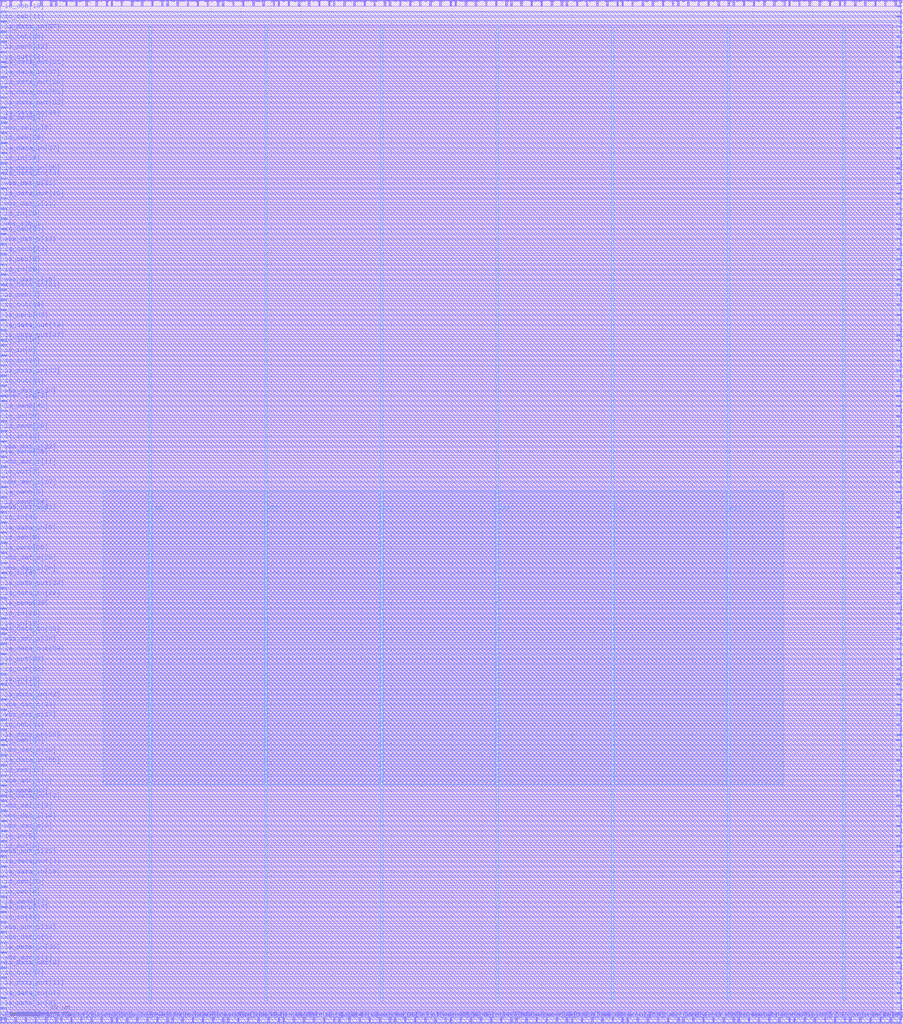
<source format=lef>
VERSION 5.7 ;
  NOWIREEXTENSIONATPIN ON ;
  DIVIDERCHAR "/" ;
  BUSBITCHARS "[]" ;
MACRO tiny_user_project
  CLASS BLOCK ;
  FOREIGN tiny_user_project ;
  ORIGIN 0.000 0.000 ;
  SIZE 600.000 BY 680.000 ;
  PIN io_in[0]
    DIRECTION INPUT ;
    USE SIGNAL ;
    PORT
      LAYER Metal3 ;
        RECT 1.000 443.520 4.000 444.080 ;
    END
  END io_in[0]
  PIN io_in[10]
    DIRECTION INPUT ;
    USE SIGNAL ;
    PORT
      LAYER Metal3 ;
        RECT 1.000 450.240 4.000 450.800 ;
    END
  END io_in[10]
  PIN io_in[11]
    DIRECTION INPUT ;
    USE SIGNAL ;
    PORT
      LAYER Metal3 ;
        RECT 1.000 221.760 4.000 222.320 ;
    END
  END io_in[11]
  PIN io_in[12]
    DIRECTION INPUT ;
    USE SIGNAL ;
    PORT
      LAYER Metal3 ;
        RECT 1.000 386.400 4.000 386.960 ;
    END
  END io_in[12]
  PIN io_in[13]
    DIRECTION INPUT ;
    USE SIGNAL ;
    PORT
      LAYER Metal3 ;
        RECT 1.000 262.080 4.000 262.640 ;
    END
  END io_in[13]
  PIN io_in[14]
    DIRECTION INPUT ;
    USE SIGNAL ;
    PORT
      LAYER Metal3 ;
        RECT 1.000 225.120 4.000 225.680 ;
    END
  END io_in[14]
  PIN io_in[15]
    DIRECTION INPUT ;
    USE SIGNAL ;
    PORT
      LAYER Metal2 ;
        RECT 299.040 676.000 299.600 679.000 ;
    END
  END io_in[15]
  PIN io_in[16]
    DIRECTION INPUT ;
    USE SIGNAL ;
    PORT
      LAYER Metal3 ;
        RECT 596.000 168.000 599.000 168.560 ;
    END
  END io_in[16]
  PIN io_in[17]
    DIRECTION INPUT ;
    USE SIGNAL ;
    PORT
      LAYER Metal3 ;
        RECT 596.000 641.760 599.000 642.320 ;
    END
  END io_in[17]
  PIN io_in[18]
    DIRECTION INPUT ;
    USE SIGNAL ;
    PORT
      LAYER Metal2 ;
        RECT 389.760 676.000 390.320 679.000 ;
    END
  END io_in[18]
  PIN io_in[19]
    DIRECTION INPUT ;
    USE SIGNAL ;
    PORT
      LAYER Metal3 ;
        RECT 596.000 26.880 599.000 27.440 ;
    END
  END io_in[19]
  PIN io_in[1]
    DIRECTION INPUT ;
    USE SIGNAL ;
    PORT
      LAYER Metal2 ;
        RECT 36.960 676.000 37.520 679.000 ;
    END
  END io_in[1]
  PIN io_in[20]
    DIRECTION INPUT ;
    USE SIGNAL ;
    PORT
      LAYER Metal2 ;
        RECT 470.400 676.000 470.960 679.000 ;
    END
  END io_in[20]
  PIN io_in[21]
    DIRECTION INPUT ;
    USE SIGNAL ;
    PORT
      LAYER Metal2 ;
        RECT 450.240 1.000 450.800 4.000 ;
    END
  END io_in[21]
  PIN io_in[22]
    DIRECTION INPUT ;
    USE SIGNAL ;
    PORT
      LAYER Metal2 ;
        RECT 598.080 676.000 598.640 679.000 ;
    END
  END io_in[22]
  PIN io_in[23]
    DIRECTION INPUT ;
    USE SIGNAL ;
    PORT
      LAYER Metal3 ;
        RECT 596.000 594.720 599.000 595.280 ;
    END
  END io_in[23]
  PIN io_in[24]
    DIRECTION INPUT ;
    USE SIGNAL ;
    PORT
      LAYER Metal2 ;
        RECT 527.520 1.000 528.080 4.000 ;
    END
  END io_in[24]
  PIN io_in[25]
    DIRECTION INPUT ;
    USE SIGNAL ;
    PORT
      LAYER Metal2 ;
        RECT 84.000 1.000 84.560 4.000 ;
    END
  END io_in[25]
  PIN io_in[26]
    DIRECTION INPUT ;
    USE SIGNAL ;
    PORT
      LAYER Metal3 ;
        RECT 1.000 534.240 4.000 534.800 ;
    END
  END io_in[26]
  PIN io_in[27]
    DIRECTION INPUT ;
    USE SIGNAL ;
    PORT
      LAYER Metal3 ;
        RECT 1.000 436.800 4.000 437.360 ;
    END
  END io_in[27]
  PIN io_in[28]
    DIRECTION INPUT ;
    USE SIGNAL ;
    PORT
      LAYER Metal3 ;
        RECT 1.000 497.280 4.000 497.840 ;
    END
  END io_in[28]
  PIN io_in[29]
    DIRECTION INPUT ;
    USE SIGNAL ;
    PORT
      LAYER Metal3 ;
        RECT 1.000 399.840 4.000 400.400 ;
    END
  END io_in[29]
  PIN io_in[2]
    DIRECTION INPUT ;
    USE SIGNAL ;
    PORT
      LAYER Metal3 ;
        RECT 596.000 675.360 599.000 675.920 ;
    END
  END io_in[2]
  PIN io_in[30]
    DIRECTION INPUT ;
    USE SIGNAL ;
    PORT
      LAYER Metal2 ;
        RECT 416.640 1.000 417.200 4.000 ;
    END
  END io_in[30]
  PIN io_in[31]
    DIRECTION INPUT ;
    USE SIGNAL ;
    PORT
      LAYER Metal3 ;
        RECT 1.000 268.800 4.000 269.360 ;
    END
  END io_in[31]
  PIN io_in[32]
    DIRECTION INPUT ;
    USE SIGNAL ;
    PORT
      LAYER Metal2 ;
        RECT 540.960 1.000 541.520 4.000 ;
    END
  END io_in[32]
  PIN io_in[33]
    DIRECTION INPUT ;
    USE SIGNAL ;
    PORT
      LAYER Metal3 ;
        RECT 1.000 67.200 4.000 67.760 ;
    END
  END io_in[33]
  PIN io_in[34]
    DIRECTION INPUT ;
    USE SIGNAL ;
    PORT
      LAYER Metal3 ;
        RECT 1.000 571.200 4.000 571.760 ;
    END
  END io_in[34]
  PIN io_in[35]
    DIRECTION INPUT ;
    USE SIGNAL ;
    PORT
      LAYER Metal2 ;
        RECT 530.880 676.000 531.440 679.000 ;
    END
  END io_in[35]
  PIN io_in[36]
    DIRECTION INPUT ;
    USE SIGNAL ;
    PORT
      LAYER Metal3 ;
        RECT 596.000 604.800 599.000 605.360 ;
    END
  END io_in[36]
  PIN io_in[37]
    DIRECTION INPUT ;
    USE SIGNAL ;
    PORT
      LAYER Metal3 ;
        RECT 596.000 527.520 599.000 528.080 ;
    END
  END io_in[37]
  PIN io_in[3]
    DIRECTION INPUT ;
    USE SIGNAL ;
    PORT
      LAYER Metal3 ;
        RECT 596.000 668.640 599.000 669.200 ;
    END
  END io_in[3]
  PIN io_in[4]
    DIRECTION INPUT ;
    USE SIGNAL ;
    PORT
      LAYER Metal3 ;
        RECT 596.000 329.280 599.000 329.840 ;
    END
  END io_in[4]
  PIN io_in[5]
    DIRECTION INPUT ;
    USE SIGNAL ;
    PORT
      LAYER Metal3 ;
        RECT 1.000 120.960 4.000 121.520 ;
    END
  END io_in[5]
  PIN io_in[6]
    DIRECTION INPUT ;
    USE SIGNAL ;
    PORT
      LAYER Metal3 ;
        RECT 596.000 161.280 599.000 161.840 ;
    END
  END io_in[6]
  PIN io_in[7]
    DIRECTION INPUT ;
    USE SIGNAL ;
    PORT
      LAYER Metal2 ;
        RECT 483.840 676.000 484.400 679.000 ;
    END
  END io_in[7]
  PIN io_in[8]
    DIRECTION INPUT ;
    USE SIGNAL ;
    PORT
      LAYER Metal3 ;
        RECT 1.000 295.680 4.000 296.240 ;
    END
  END io_in[8]
  PIN io_in[9]
    DIRECTION INPUT ;
    USE SIGNAL ;
    PORT
      LAYER Metal3 ;
        RECT 1.000 332.640 4.000 333.200 ;
    END
  END io_in[9]
  PIN io_oeb[0]
    DIRECTION OUTPUT TRISTATE ;
    USE SIGNAL ;
    PORT
      LAYER Metal3 ;
        RECT 596.000 490.560 599.000 491.120 ;
    END
  END io_oeb[0]
  PIN io_oeb[10]
    DIRECTION OUTPUT TRISTATE ;
    USE SIGNAL ;
    PORT
      LAYER Metal3 ;
        RECT 596.000 453.600 599.000 454.160 ;
    END
  END io_oeb[10]
  PIN io_oeb[11]
    DIRECTION OUTPUT TRISTATE ;
    USE SIGNAL ;
    PORT
      LAYER Metal3 ;
        RECT 1.000 665.280 4.000 665.840 ;
    END
  END io_oeb[11]
  PIN io_oeb[12]
    DIRECTION OUTPUT TRISTATE ;
    USE SIGNAL ;
    PORT
      LAYER Metal2 ;
        RECT 393.120 1.000 393.680 4.000 ;
    END
  END io_oeb[12]
  PIN io_oeb[13]
    DIRECTION OUTPUT TRISTATE ;
    USE SIGNAL ;
    PORT
      LAYER Metal3 ;
        RECT 1.000 164.640 4.000 165.200 ;
    END
  END io_oeb[13]
  PIN io_oeb[14]
    DIRECTION OUTPUT TRISTATE ;
    USE SIGNAL ;
    PORT
      LAYER Metal2 ;
        RECT 584.640 1.000 585.200 4.000 ;
    END
  END io_oeb[14]
  PIN io_oeb[15]
    DIRECTION OUTPUT TRISTATE ;
    USE SIGNAL ;
    PORT
      LAYER Metal2 ;
        RECT 366.240 676.000 366.800 679.000 ;
    END
  END io_oeb[15]
  PIN io_oeb[16]
    DIRECTION OUTPUT TRISTATE ;
    USE SIGNAL ;
    PORT
      LAYER Metal2 ;
        RECT 184.800 1.000 185.360 4.000 ;
    END
  END io_oeb[16]
  PIN io_oeb[17]
    DIRECTION OUTPUT TRISTATE ;
    USE SIGNAL ;
    PORT
      LAYER Metal2 ;
        RECT 60.480 1.000 61.040 4.000 ;
    END
  END io_oeb[17]
  PIN io_oeb[18]
    DIRECTION OUTPUT TRISTATE ;
    USE SIGNAL ;
    PORT
      LAYER Metal3 ;
        RECT 1.000 672.000 4.000 672.560 ;
    END
  END io_oeb[18]
  PIN io_oeb[19]
    DIRECTION OUTPUT TRISTATE ;
    USE SIGNAL ;
    PORT
      LAYER Metal2 ;
        RECT 184.800 676.000 185.360 679.000 ;
    END
  END io_oeb[19]
  PIN io_oeb[1]
    DIRECTION OUTPUT TRISTATE ;
    USE SIGNAL ;
    PORT
      LAYER Metal2 ;
        RECT 131.040 676.000 131.600 679.000 ;
    END
  END io_oeb[1]
  PIN io_oeb[20]
    DIRECTION OUTPUT TRISTATE ;
    USE SIGNAL ;
    PORT
      LAYER Metal2 ;
        RECT 329.280 676.000 329.840 679.000 ;
    END
  END io_oeb[20]
  PIN io_oeb[21]
    DIRECTION OUTPUT TRISTATE ;
    USE SIGNAL ;
    PORT
      LAYER Metal2 ;
        RECT 547.680 1.000 548.240 4.000 ;
    END
  END io_oeb[21]
  PIN io_oeb[22]
    DIRECTION OUTPUT TRISTATE ;
    USE SIGNAL ;
    PORT
      LAYER Metal3 ;
        RECT 596.000 204.960 599.000 205.520 ;
    END
  END io_oeb[22]
  PIN io_oeb[23]
    DIRECTION OUTPUT TRISTATE ;
    USE SIGNAL ;
    PORT
      LAYER Metal2 ;
        RECT 581.280 676.000 581.840 679.000 ;
    END
  END io_oeb[23]
  PIN io_oeb[24]
    DIRECTION OUTPUT TRISTATE ;
    USE SIGNAL ;
    PORT
      LAYER Metal3 ;
        RECT 1.000 184.800 4.000 185.360 ;
    END
  END io_oeb[24]
  PIN io_oeb[25]
    DIRECTION OUTPUT TRISTATE ;
    USE SIGNAL ;
    PORT
      LAYER Metal3 ;
        RECT 1.000 90.720 4.000 91.280 ;
    END
  END io_oeb[25]
  PIN io_oeb[26]
    DIRECTION OUTPUT TRISTATE ;
    USE SIGNAL ;
    PORT
      LAYER Metal3 ;
        RECT 1.000 584.640 4.000 585.200 ;
    END
  END io_oeb[26]
  PIN io_oeb[27]
    DIRECTION OUTPUT TRISTATE ;
    USE SIGNAL ;
    PORT
      LAYER Metal2 ;
        RECT 534.240 1.000 534.800 4.000 ;
    END
  END io_oeb[27]
  PIN io_oeb[28]
    DIRECTION OUTPUT TRISTATE ;
    USE SIGNAL ;
    PORT
      LAYER Metal3 ;
        RECT 1.000 651.840 4.000 652.400 ;
    END
  END io_oeb[28]
  PIN io_oeb[29]
    DIRECTION OUTPUT TRISTATE ;
    USE SIGNAL ;
    PORT
      LAYER Metal3 ;
        RECT 596.000 366.240 599.000 366.800 ;
    END
  END io_oeb[29]
  PIN io_oeb[2]
    DIRECTION OUTPUT TRISTATE ;
    USE SIGNAL ;
    PORT
      LAYER Metal3 ;
        RECT 596.000 285.600 599.000 286.160 ;
    END
  END io_oeb[2]
  PIN io_oeb[30]
    DIRECTION OUTPUT TRISTATE ;
    USE SIGNAL ;
    PORT
      LAYER Metal3 ;
        RECT 596.000 0.000 599.000 0.560 ;
    END
  END io_oeb[30]
  PIN io_oeb[31]
    DIRECTION OUTPUT TRISTATE ;
    USE SIGNAL ;
    PORT
      LAYER Metal3 ;
        RECT 1.000 194.880 4.000 195.440 ;
    END
  END io_oeb[31]
  PIN io_oeb[32]
    DIRECTION OUTPUT TRISTATE ;
    USE SIGNAL ;
    PORT
      LAYER Metal2 ;
        RECT 520.800 676.000 521.360 679.000 ;
    END
  END io_oeb[32]
  PIN io_oeb[33]
    DIRECTION OUTPUT TRISTATE ;
    USE SIGNAL ;
    PORT
      LAYER Metal3 ;
        RECT 596.000 144.480 599.000 145.040 ;
    END
  END io_oeb[33]
  PIN io_oeb[34]
    DIRECTION OUTPUT TRISTATE ;
    USE SIGNAL ;
    PORT
      LAYER Metal3 ;
        RECT 1.000 524.160 4.000 524.720 ;
    END
  END io_oeb[34]
  PIN io_oeb[35]
    DIRECTION OUTPUT TRISTATE ;
    USE SIGNAL ;
    PORT
      LAYER Metal3 ;
        RECT 596.000 618.240 599.000 618.800 ;
    END
  END io_oeb[35]
  PIN io_oeb[36]
    DIRECTION OUTPUT TRISTATE ;
    USE SIGNAL ;
    PORT
      LAYER Metal2 ;
        RECT 315.840 676.000 316.400 679.000 ;
    END
  END io_oeb[36]
  PIN io_oeb[37]
    DIRECTION OUTPUT TRISTATE ;
    USE SIGNAL ;
    PORT
      LAYER Metal3 ;
        RECT 596.000 299.040 599.000 299.600 ;
    END
  END io_oeb[37]
  PIN io_oeb[3]
    DIRECTION OUTPUT TRISTATE ;
    USE SIGNAL ;
    PORT
      LAYER Metal3 ;
        RECT 1.000 480.480 4.000 481.040 ;
    END
  END io_oeb[3]
  PIN io_oeb[4]
    DIRECTION OUTPUT TRISTATE ;
    USE SIGNAL ;
    PORT
      LAYER Metal3 ;
        RECT 1.000 84.000 4.000 84.560 ;
    END
  END io_oeb[4]
  PIN io_oeb[5]
    DIRECTION OUTPUT TRISTATE ;
    USE SIGNAL ;
    PORT
      LAYER Metal2 ;
        RECT 426.720 676.000 427.280 679.000 ;
    END
  END io_oeb[5]
  PIN io_oeb[6]
    DIRECTION OUTPUT TRISTATE ;
    USE SIGNAL ;
    PORT
      LAYER Metal3 ;
        RECT 1.000 504.000 4.000 504.560 ;
    END
  END io_oeb[6]
  PIN io_oeb[7]
    DIRECTION OUTPUT TRISTATE ;
    USE SIGNAL ;
    PORT
      LAYER Metal2 ;
        RECT 265.440 676.000 266.000 679.000 ;
    END
  END io_oeb[7]
  PIN io_oeb[8]
    DIRECTION OUTPUT TRISTATE ;
    USE SIGNAL ;
    PORT
      LAYER Metal3 ;
        RECT 1.000 319.200 4.000 319.760 ;
    END
  END io_oeb[8]
  PIN io_oeb[9]
    DIRECTION OUTPUT TRISTATE ;
    USE SIGNAL ;
    PORT
      LAYER Metal3 ;
        RECT 596.000 661.920 599.000 662.480 ;
    END
  END io_oeb[9]
  PIN io_out[0]
    DIRECTION OUTPUT TRISTATE ;
    USE SIGNAL ;
    PORT
      LAYER Metal2 ;
        RECT 63.840 676.000 64.400 679.000 ;
    END
  END io_out[0]
  PIN io_out[10]
    DIRECTION OUTPUT TRISTATE ;
    USE SIGNAL ;
    PORT
      LAYER Metal2 ;
        RECT 154.560 676.000 155.120 679.000 ;
    END
  END io_out[10]
  PIN io_out[11]
    DIRECTION OUTPUT TRISTATE ;
    USE SIGNAL ;
    PORT
      LAYER Metal2 ;
        RECT 413.280 1.000 413.840 4.000 ;
    END
  END io_out[11]
  PIN io_out[12]
    DIRECTION OUTPUT TRISTATE ;
    USE SIGNAL ;
    PORT
      LAYER Metal2 ;
        RECT 588.000 676.000 588.560 679.000 ;
    END
  END io_out[12]
  PIN io_out[13]
    DIRECTION OUTPUT TRISTATE ;
    USE SIGNAL ;
    PORT
      LAYER Metal3 ;
        RECT 1.000 638.400 4.000 638.960 ;
    END
  END io_out[13]
  PIN io_out[14]
    DIRECTION OUTPUT TRISTATE ;
    USE SIGNAL ;
    PORT
      LAYER Metal3 ;
        RECT 1.000 473.760 4.000 474.320 ;
    END
  END io_out[14]
  PIN io_out[15]
    DIRECTION OUTPUT TRISTATE ;
    USE SIGNAL ;
    PORT
      LAYER Metal2 ;
        RECT 258.720 1.000 259.280 4.000 ;
    END
  END io_out[15]
  PIN io_out[16]
    DIRECTION OUTPUT TRISTATE ;
    USE SIGNAL ;
    PORT
      LAYER Metal3 ;
        RECT 596.000 574.560 599.000 575.120 ;
    END
  END io_out[16]
  PIN io_out[17]
    DIRECTION OUTPUT TRISTATE ;
    USE SIGNAL ;
    PORT
      LAYER Metal2 ;
        RECT 73.920 1.000 74.480 4.000 ;
    END
  END io_out[17]
  PIN io_out[18]
    DIRECTION OUTPUT TRISTATE ;
    USE SIGNAL ;
    PORT
      LAYER Metal2 ;
        RECT 598.080 1.000 598.640 4.000 ;
    END
  END io_out[18]
  PIN io_out[19]
    DIRECTION OUTPUT TRISTATE ;
    USE SIGNAL ;
    PORT
      LAYER Metal2 ;
        RECT 100.800 676.000 101.360 679.000 ;
    END
  END io_out[19]
  PIN io_out[1]
    DIRECTION OUTPUT TRISTATE ;
    USE SIGNAL ;
    PORT
      LAYER Metal2 ;
        RECT 40.320 1.000 40.880 4.000 ;
    END
  END io_out[1]
  PIN io_out[20]
    DIRECTION OUTPUT TRISTATE ;
    USE SIGNAL ;
    PORT
      LAYER Metal3 ;
        RECT 596.000 100.800 599.000 101.360 ;
    END
  END io_out[20]
  PIN io_out[21]
    DIRECTION OUTPUT TRISTATE ;
    USE SIGNAL ;
    PORT
      LAYER Metal3 ;
        RECT 1.000 423.360 4.000 423.920 ;
    END
  END io_out[21]
  PIN io_out[22]
    DIRECTION OUTPUT TRISTATE ;
    USE SIGNAL ;
    PORT
      LAYER Metal3 ;
        RECT 596.000 181.440 599.000 182.000 ;
    END
  END io_out[22]
  PIN io_out[23]
    DIRECTION OUTPUT TRISTATE ;
    USE SIGNAL ;
    PORT
      LAYER Metal3 ;
        RECT 1.000 238.560 4.000 239.120 ;
    END
  END io_out[23]
  PIN io_out[24]
    DIRECTION OUTPUT TRISTATE ;
    USE SIGNAL ;
    PORT
      LAYER Metal2 ;
        RECT 561.120 1.000 561.680 4.000 ;
    END
  END io_out[24]
  PIN io_out[25]
    DIRECTION OUTPUT TRISTATE ;
    USE SIGNAL ;
    PORT
      LAYER Metal3 ;
        RECT 596.000 57.120 599.000 57.680 ;
    END
  END io_out[25]
  PIN io_out[26]
    DIRECTION OUTPUT TRISTATE ;
    USE SIGNAL ;
    PORT
      LAYER Metal2 ;
        RECT 268.800 1.000 269.360 4.000 ;
    END
  END io_out[26]
  PIN io_out[27]
    DIRECTION OUTPUT TRISTATE ;
    USE SIGNAL ;
    PORT
      LAYER Metal2 ;
        RECT 215.040 1.000 215.600 4.000 ;
    END
  END io_out[27]
  PIN io_out[28]
    DIRECTION OUTPUT TRISTATE ;
    USE SIGNAL ;
    PORT
      LAYER Metal2 ;
        RECT 409.920 676.000 410.480 679.000 ;
    END
  END io_out[28]
  PIN io_out[29]
    DIRECTION OUTPUT TRISTATE ;
    USE SIGNAL ;
    PORT
      LAYER Metal2 ;
        RECT 436.800 1.000 437.360 4.000 ;
    END
  END io_out[29]
  PIN io_out[2]
    DIRECTION OUTPUT TRISTATE ;
    USE SIGNAL ;
    PORT
      LAYER Metal3 ;
        RECT 596.000 265.440 599.000 266.000 ;
    END
  END io_out[2]
  PIN io_out[30]
    DIRECTION OUTPUT TRISTATE ;
    USE SIGNAL ;
    PORT
      LAYER Metal2 ;
        RECT 544.320 676.000 544.880 679.000 ;
    END
  END io_out[30]
  PIN io_out[31]
    DIRECTION OUTPUT TRISTATE ;
    USE SIGNAL ;
    PORT
      LAYER Metal2 ;
        RECT 225.120 1.000 225.680 4.000 ;
    END
  END io_out[31]
  PIN io_out[32]
    DIRECTION OUTPUT TRISTATE ;
    USE SIGNAL ;
    PORT
      LAYER Metal2 ;
        RECT 359.520 676.000 360.080 679.000 ;
    END
  END io_out[32]
  PIN io_out[33]
    DIRECTION OUTPUT TRISTATE ;
    USE SIGNAL ;
    PORT
      LAYER Metal3 ;
        RECT 1.000 231.840 4.000 232.400 ;
    END
  END io_out[33]
  PIN io_out[34]
    DIRECTION OUTPUT TRISTATE ;
    USE SIGNAL ;
    PORT
      LAYER Metal2 ;
        RECT 423.360 1.000 423.920 4.000 ;
    END
  END io_out[34]
  PIN io_out[35]
    DIRECTION OUTPUT TRISTATE ;
    USE SIGNAL ;
    PORT
      LAYER Metal2 ;
        RECT 379.680 1.000 380.240 4.000 ;
    END
  END io_out[35]
  PIN io_out[36]
    DIRECTION OUTPUT TRISTATE ;
    USE SIGNAL ;
    PORT
      LAYER Metal2 ;
        RECT 151.200 1.000 151.760 4.000 ;
    END
  END io_out[36]
  PIN io_out[37]
    DIRECTION OUTPUT TRISTATE ;
    USE SIGNAL ;
    PORT
      LAYER Metal3 ;
        RECT 1.000 30.240 4.000 30.800 ;
    END
  END io_out[37]
  PIN io_out[3]
    DIRECTION OUTPUT TRISTATE ;
    USE SIGNAL ;
    PORT
      LAYER Metal2 ;
        RECT 255.360 676.000 255.920 679.000 ;
    END
  END io_out[3]
  PIN io_out[4]
    DIRECTION OUTPUT TRISTATE ;
    USE SIGNAL ;
    PORT
      LAYER Metal2 ;
        RECT 295.680 1.000 296.240 4.000 ;
    END
  END io_out[4]
  PIN io_out[5]
    DIRECTION OUTPUT TRISTATE ;
    USE SIGNAL ;
    PORT
      LAYER Metal2 ;
        RECT 228.480 676.000 229.040 679.000 ;
    END
  END io_out[5]
  PIN io_out[6]
    DIRECTION OUTPUT TRISTATE ;
    USE SIGNAL ;
    PORT
      LAYER Metal3 ;
        RECT 1.000 114.240 4.000 114.800 ;
    END
  END io_out[6]
  PIN io_out[7]
    DIRECTION OUTPUT TRISTATE ;
    USE SIGNAL ;
    PORT
      LAYER Metal3 ;
        RECT 1.000 362.880 4.000 363.440 ;
    END
  END io_out[7]
  PIN io_out[8]
    DIRECTION OUTPUT TRISTATE ;
    USE SIGNAL ;
    PORT
      LAYER Metal2 ;
        RECT 467.040 1.000 467.600 4.000 ;
    END
  END io_out[8]
  PIN io_out[9]
    DIRECTION OUTPUT TRISTATE ;
    USE SIGNAL ;
    PORT
      LAYER Metal2 ;
        RECT 164.640 1.000 165.200 4.000 ;
    END
  END io_out[9]
  PIN la_data_in[0]
    DIRECTION INPUT ;
    USE SIGNAL ;
    PORT
      LAYER Metal3 ;
        RECT 1.000 325.920 4.000 326.480 ;
    END
  END la_data_in[0]
  PIN la_data_in[10]
    DIRECTION INPUT ;
    USE SIGNAL ;
    PORT
      LAYER Metal3 ;
        RECT 596.000 638.400 599.000 638.960 ;
    END
  END la_data_in[10]
  PIN la_data_in[11]
    DIRECTION INPUT ;
    USE SIGNAL ;
    PORT
      LAYER Metal3 ;
        RECT 596.000 322.560 599.000 323.120 ;
    END
  END la_data_in[11]
  PIN la_data_in[12]
    DIRECTION INPUT ;
    USE SIGNAL ;
    PORT
      LAYER Metal2 ;
        RECT 194.880 1.000 195.440 4.000 ;
    END
  END la_data_in[12]
  PIN la_data_in[13]
    DIRECTION INPUT ;
    USE SIGNAL ;
    PORT
      LAYER Metal2 ;
        RECT 218.400 676.000 218.960 679.000 ;
    END
  END la_data_in[13]
  PIN la_data_in[14]
    DIRECTION INPUT ;
    USE SIGNAL ;
    PORT
      LAYER Metal3 ;
        RECT 1.000 561.120 4.000 561.680 ;
    END
  END la_data_in[14]
  PIN la_data_in[15]
    DIRECTION INPUT ;
    USE SIGNAL ;
    PORT
      LAYER Metal3 ;
        RECT 596.000 500.640 599.000 501.200 ;
    END
  END la_data_in[15]
  PIN la_data_in[16]
    DIRECTION INPUT ;
    USE SIGNAL ;
    PORT
      LAYER Metal2 ;
        RECT 20.160 676.000 20.720 679.000 ;
    END
  END la_data_in[16]
  PIN la_data_in[17]
    DIRECTION INPUT ;
    USE SIGNAL ;
    PORT
      LAYER Metal3 ;
        RECT 596.000 137.760 599.000 138.320 ;
    END
  END la_data_in[17]
  PIN la_data_in[18]
    DIRECTION INPUT ;
    USE SIGNAL ;
    PORT
      LAYER Metal2 ;
        RECT 278.880 676.000 279.440 679.000 ;
    END
  END la_data_in[18]
  PIN la_data_in[19]
    DIRECTION INPUT ;
    USE SIGNAL ;
    PORT
      LAYER Metal3 ;
        RECT 1.000 97.440 4.000 98.000 ;
    END
  END la_data_in[19]
  PIN la_data_in[1]
    DIRECTION INPUT ;
    USE SIGNAL ;
    PORT
      LAYER Metal2 ;
        RECT 107.520 676.000 108.080 679.000 ;
    END
  END la_data_in[1]
  PIN la_data_in[20]
    DIRECTION INPUT ;
    USE SIGNAL ;
    PORT
      LAYER Metal3 ;
        RECT 596.000 174.720 599.000 175.280 ;
    END
  END la_data_in[20]
  PIN la_data_in[21]
    DIRECTION INPUT ;
    USE SIGNAL ;
    PORT
      LAYER Metal3 ;
        RECT 1.000 487.200 4.000 487.760 ;
    END
  END la_data_in[21]
  PIN la_data_in[22]
    DIRECTION INPUT ;
    USE SIGNAL ;
    PORT
      LAYER Metal3 ;
        RECT 1.000 282.240 4.000 282.800 ;
    END
  END la_data_in[22]
  PIN la_data_in[23]
    DIRECTION INPUT ;
    USE SIGNAL ;
    PORT
      LAYER Metal3 ;
        RECT 596.000 520.800 599.000 521.360 ;
    END
  END la_data_in[23]
  PIN la_data_in[24]
    DIRECTION INPUT ;
    USE SIGNAL ;
    PORT
      LAYER Metal2 ;
        RECT 285.600 676.000 286.160 679.000 ;
    END
  END la_data_in[24]
  PIN la_data_in[25]
    DIRECTION INPUT ;
    USE SIGNAL ;
    PORT
      LAYER Metal2 ;
        RECT 94.080 676.000 94.640 679.000 ;
    END
  END la_data_in[25]
  PIN la_data_in[26]
    DIRECTION INPUT ;
    USE SIGNAL ;
    PORT
      LAYER Metal2 ;
        RECT 352.800 676.000 353.360 679.000 ;
    END
  END la_data_in[26]
  PIN la_data_in[27]
    DIRECTION INPUT ;
    USE SIGNAL ;
    PORT
      LAYER Metal3 ;
        RECT 1.000 577.920 4.000 578.480 ;
    END
  END la_data_in[27]
  PIN la_data_in[28]
    DIRECTION INPUT ;
    USE SIGNAL ;
    PORT
      LAYER Metal3 ;
        RECT 1.000 601.440 4.000 602.000 ;
    END
  END la_data_in[28]
  PIN la_data_in[29]
    DIRECTION INPUT ;
    USE SIGNAL ;
    PORT
      LAYER Metal3 ;
        RECT 596.000 198.240 599.000 198.800 ;
    END
  END la_data_in[29]
  PIN la_data_in[2]
    DIRECTION INPUT ;
    USE SIGNAL ;
    PORT
      LAYER Metal2 ;
        RECT 241.920 676.000 242.480 679.000 ;
    END
  END la_data_in[2]
  PIN la_data_in[30]
    DIRECTION INPUT ;
    USE SIGNAL ;
    PORT
      LAYER Metal3 ;
        RECT 1.000 47.040 4.000 47.600 ;
    END
  END la_data_in[30]
  PIN la_data_in[31]
    DIRECTION INPUT ;
    USE SIGNAL ;
    PORT
      LAYER Metal2 ;
        RECT 500.640 676.000 501.200 679.000 ;
    END
  END la_data_in[31]
  PIN la_data_in[32]
    DIRECTION INPUT ;
    USE SIGNAL ;
    PORT
      LAYER Metal3 ;
        RECT 1.000 258.720 4.000 259.280 ;
    END
  END la_data_in[32]
  PIN la_data_in[33]
    DIRECTION INPUT ;
    USE SIGNAL ;
    PORT
      LAYER Metal3 ;
        RECT 1.000 430.080 4.000 430.640 ;
    END
  END la_data_in[33]
  PIN la_data_in[34]
    DIRECTION INPUT ;
    USE SIGNAL ;
    PORT
      LAYER Metal2 ;
        RECT 6.720 676.000 7.280 679.000 ;
    END
  END la_data_in[34]
  PIN la_data_in[35]
    DIRECTION INPUT ;
    USE SIGNAL ;
    PORT
      LAYER Metal3 ;
        RECT 1.000 564.480 4.000 565.040 ;
    END
  END la_data_in[35]
  PIN la_data_in[36]
    DIRECTION INPUT ;
    USE SIGNAL ;
    PORT
      LAYER Metal2 ;
        RECT 453.600 1.000 454.160 4.000 ;
    END
  END la_data_in[36]
  PIN la_data_in[37]
    DIRECTION INPUT ;
    USE SIGNAL ;
    PORT
      LAYER Metal3 ;
        RECT 1.000 628.320 4.000 628.880 ;
    END
  END la_data_in[37]
  PIN la_data_in[38]
    DIRECTION INPUT ;
    USE SIGNAL ;
    PORT
      LAYER Metal2 ;
        RECT 288.960 1.000 289.520 4.000 ;
    END
  END la_data_in[38]
  PIN la_data_in[39]
    DIRECTION INPUT ;
    USE SIGNAL ;
    PORT
      LAYER Metal2 ;
        RECT 309.120 676.000 309.680 679.000 ;
    END
  END la_data_in[39]
  PIN la_data_in[3]
    DIRECTION INPUT ;
    USE SIGNAL ;
    PORT
      LAYER Metal3 ;
        RECT 596.000 389.760 599.000 390.320 ;
    END
  END la_data_in[3]
  PIN la_data_in[40]
    DIRECTION INPUT ;
    USE SIGNAL ;
    PORT
      LAYER Metal2 ;
        RECT 221.760 1.000 222.320 4.000 ;
    END
  END la_data_in[40]
  PIN la_data_in[41]
    DIRECTION INPUT ;
    USE SIGNAL ;
    PORT
      LAYER Metal2 ;
        RECT 305.760 1.000 306.320 4.000 ;
    END
  END la_data_in[41]
  PIN la_data_in[42]
    DIRECTION INPUT ;
    USE SIGNAL ;
    PORT
      LAYER Metal3 ;
        RECT 1.000 215.040 4.000 215.600 ;
    END
  END la_data_in[42]
  PIN la_data_in[43]
    DIRECTION INPUT ;
    USE SIGNAL ;
    PORT
      LAYER Metal2 ;
        RECT 561.120 676.000 561.680 679.000 ;
    END
  END la_data_in[43]
  PIN la_data_in[44]
    DIRECTION INPUT ;
    USE SIGNAL ;
    PORT
      LAYER Metal3 ;
        RECT 596.000 43.680 599.000 44.240 ;
    END
  END la_data_in[44]
  PIN la_data_in[45]
    DIRECTION INPUT ;
    USE SIGNAL ;
    PORT
      LAYER Metal2 ;
        RECT 208.320 1.000 208.880 4.000 ;
    END
  END la_data_in[45]
  PIN la_data_in[46]
    DIRECTION INPUT ;
    USE SIGNAL ;
    PORT
      LAYER Metal3 ;
        RECT 596.000 507.360 599.000 507.920 ;
    END
  END la_data_in[46]
  PIN la_data_in[47]
    DIRECTION INPUT ;
    USE SIGNAL ;
    PORT
      LAYER Metal2 ;
        RECT 399.840 1.000 400.400 4.000 ;
    END
  END la_data_in[47]
  PIN la_data_in[48]
    DIRECTION INPUT ;
    USE SIGNAL ;
    PORT
      LAYER Metal2 ;
        RECT 258.720 676.000 259.280 679.000 ;
    END
  END la_data_in[48]
  PIN la_data_in[49]
    DIRECTION INPUT ;
    USE SIGNAL ;
    PORT
      LAYER Metal2 ;
        RECT 204.960 676.000 205.520 679.000 ;
    END
  END la_data_in[49]
  PIN la_data_in[4]
    DIRECTION INPUT ;
    USE SIGNAL ;
    PORT
      LAYER Metal2 ;
        RECT 13.440 676.000 14.000 679.000 ;
    END
  END la_data_in[4]
  PIN la_data_in[50]
    DIRECTION INPUT ;
    USE SIGNAL ;
    PORT
      LAYER Metal2 ;
        RECT 211.680 676.000 212.240 679.000 ;
    END
  END la_data_in[50]
  PIN la_data_in[51]
    DIRECTION INPUT ;
    USE SIGNAL ;
    PORT
      LAYER Metal2 ;
        RECT 299.040 1.000 299.600 4.000 ;
    END
  END la_data_in[51]
  PIN la_data_in[52]
    DIRECTION INPUT ;
    USE SIGNAL ;
    PORT
      LAYER Metal3 ;
        RECT 596.000 255.360 599.000 255.920 ;
    END
  END la_data_in[52]
  PIN la_data_in[53]
    DIRECTION INPUT ;
    USE SIGNAL ;
    PORT
      LAYER Metal2 ;
        RECT 456.960 676.000 457.520 679.000 ;
    END
  END la_data_in[53]
  PIN la_data_in[54]
    DIRECTION INPUT ;
    USE SIGNAL ;
    PORT
      LAYER Metal2 ;
        RECT 413.280 676.000 413.840 679.000 ;
    END
  END la_data_in[54]
  PIN la_data_in[55]
    DIRECTION INPUT ;
    USE SIGNAL ;
    PORT
      LAYER Metal3 ;
        RECT 1.000 171.360 4.000 171.920 ;
    END
  END la_data_in[55]
  PIN la_data_in[56]
    DIRECTION INPUT ;
    USE SIGNAL ;
    PORT
      LAYER Metal3 ;
        RECT 1.000 188.160 4.000 188.720 ;
    END
  END la_data_in[56]
  PIN la_data_in[57]
    DIRECTION INPUT ;
    USE SIGNAL ;
    PORT
      LAYER Metal3 ;
        RECT 1.000 658.560 4.000 659.120 ;
    END
  END la_data_in[57]
  PIN la_data_in[58]
    DIRECTION INPUT ;
    USE SIGNAL ;
    PORT
      LAYER Metal2 ;
        RECT 231.840 1.000 232.400 4.000 ;
    END
  END la_data_in[58]
  PIN la_data_in[59]
    DIRECTION INPUT ;
    USE SIGNAL ;
    PORT
      LAYER Metal3 ;
        RECT 596.000 624.960 599.000 625.520 ;
    END
  END la_data_in[59]
  PIN la_data_in[5]
    DIRECTION INPUT ;
    USE SIGNAL ;
    PORT
      LAYER Metal2 ;
        RECT 110.880 1.000 111.440 4.000 ;
    END
  END la_data_in[5]
  PIN la_data_in[60]
    DIRECTION INPUT ;
    USE SIGNAL ;
    PORT
      LAYER Metal3 ;
        RECT 596.000 463.680 599.000 464.240 ;
    END
  END la_data_in[60]
  PIN la_data_in[61]
    DIRECTION INPUT ;
    USE SIGNAL ;
    PORT
      LAYER Metal3 ;
        RECT 1.000 16.800 4.000 17.360 ;
    END
  END la_data_in[61]
  PIN la_data_in[62]
    DIRECTION INPUT ;
    USE SIGNAL ;
    PORT
      LAYER Metal2 ;
        RECT 376.320 1.000 376.880 4.000 ;
    END
  END la_data_in[62]
  PIN la_data_in[63]
    DIRECTION INPUT ;
    USE SIGNAL ;
    PORT
      LAYER Metal2 ;
        RECT 124.320 676.000 124.880 679.000 ;
    END
  END la_data_in[63]
  PIN la_data_in[6]
    DIRECTION INPUT ;
    USE SIGNAL ;
    PORT
      LAYER Metal2 ;
        RECT 127.680 1.000 128.240 4.000 ;
    END
  END la_data_in[6]
  PIN la_data_in[7]
    DIRECTION INPUT ;
    USE SIGNAL ;
    PORT
      LAYER Metal3 ;
        RECT 596.000 272.160 599.000 272.720 ;
    END
  END la_data_in[7]
  PIN la_data_in[8]
    DIRECTION INPUT ;
    USE SIGNAL ;
    PORT
      LAYER Metal3 ;
        RECT 1.000 10.080 4.000 10.640 ;
    END
  END la_data_in[8]
  PIN la_data_in[9]
    DIRECTION INPUT ;
    USE SIGNAL ;
    PORT
      LAYER Metal2 ;
        RECT 537.600 676.000 538.160 679.000 ;
    END
  END la_data_in[9]
  PIN la_data_out[0]
    DIRECTION OUTPUT TRISTATE ;
    USE SIGNAL ;
    PORT
      LAYER Metal2 ;
        RECT 514.080 676.000 514.640 679.000 ;
    END
  END la_data_out[0]
  PIN la_data_out[10]
    DIRECTION OUTPUT TRISTATE ;
    USE SIGNAL ;
    PORT
      LAYER Metal3 ;
        RECT 596.000 383.040 599.000 383.600 ;
    END
  END la_data_out[10]
  PIN la_data_out[11]
    DIRECTION OUTPUT TRISTATE ;
    USE SIGNAL ;
    PORT
      LAYER Metal3 ;
        RECT 1.000 23.520 4.000 24.080 ;
    END
  END la_data_out[11]
  PIN la_data_out[12]
    DIRECTION OUTPUT TRISTATE ;
    USE SIGNAL ;
    PORT
      LAYER Metal3 ;
        RECT 1.000 460.320 4.000 460.880 ;
    END
  END la_data_out[12]
  PIN la_data_out[13]
    DIRECTION OUTPUT TRISTATE ;
    USE SIGNAL ;
    PORT
      LAYER Metal2 ;
        RECT 238.560 1.000 239.120 4.000 ;
    END
  END la_data_out[13]
  PIN la_data_out[14]
    DIRECTION OUTPUT TRISTATE ;
    USE SIGNAL ;
    PORT
      LAYER Metal3 ;
        RECT 596.000 302.400 599.000 302.960 ;
    END
  END la_data_out[14]
  PIN la_data_out[15]
    DIRECTION OUTPUT TRISTATE ;
    USE SIGNAL ;
    PORT
      LAYER Metal3 ;
        RECT 1.000 547.680 4.000 548.240 ;
    END
  END la_data_out[15]
  PIN la_data_out[16]
    DIRECTION OUTPUT TRISTATE ;
    USE SIGNAL ;
    PORT
      LAYER Metal3 ;
        RECT 596.000 396.480 599.000 397.040 ;
    END
  END la_data_out[16]
  PIN la_data_out[17]
    DIRECTION OUTPUT TRISTATE ;
    USE SIGNAL ;
    PORT
      LAYER Metal2 ;
        RECT 272.160 676.000 272.720 679.000 ;
    END
  END la_data_out[17]
  PIN la_data_out[18]
    DIRECTION OUTPUT TRISTATE ;
    USE SIGNAL ;
    PORT
      LAYER Metal3 ;
        RECT 596.000 567.840 599.000 568.400 ;
    END
  END la_data_out[18]
  PIN la_data_out[19]
    DIRECTION OUTPUT TRISTATE ;
    USE SIGNAL ;
    PORT
      LAYER Metal2 ;
        RECT 339.360 1.000 339.920 4.000 ;
    END
  END la_data_out[19]
  PIN la_data_out[1]
    DIRECTION OUTPUT TRISTATE ;
    USE SIGNAL ;
    PORT
      LAYER Metal3 ;
        RECT 596.000 339.360 599.000 339.920 ;
    END
  END la_data_out[1]
  PIN la_data_out[20]
    DIRECTION OUTPUT TRISTATE ;
    USE SIGNAL ;
    PORT
      LAYER Metal3 ;
        RECT 596.000 131.040 599.000 131.600 ;
    END
  END la_data_out[20]
  PIN la_data_out[21]
    DIRECTION OUTPUT TRISTATE ;
    USE SIGNAL ;
    PORT
      LAYER Metal3 ;
        RECT 1.000 635.040 4.000 635.600 ;
    END
  END la_data_out[21]
  PIN la_data_out[22]
    DIRECTION OUTPUT TRISTATE ;
    USE SIGNAL ;
    PORT
      LAYER Metal3 ;
        RECT 596.000 440.160 599.000 440.720 ;
    END
  END la_data_out[22]
  PIN la_data_out[23]
    DIRECTION OUTPUT TRISTATE ;
    USE SIGNAL ;
    PORT
      LAYER Metal2 ;
        RECT 188.160 1.000 188.720 4.000 ;
    END
  END la_data_out[23]
  PIN la_data_out[24]
    DIRECTION OUTPUT TRISTATE ;
    USE SIGNAL ;
    PORT
      LAYER Metal3 ;
        RECT 1.000 288.960 4.000 289.520 ;
    END
  END la_data_out[24]
  PIN la_data_out[25]
    DIRECTION OUTPUT TRISTATE ;
    USE SIGNAL ;
    PORT
      LAYER Metal2 ;
        RECT 342.720 1.000 343.280 4.000 ;
    END
  END la_data_out[25]
  PIN la_data_out[26]
    DIRECTION OUTPUT TRISTATE ;
    USE SIGNAL ;
    PORT
      LAYER Metal3 ;
        RECT 1.000 621.600 4.000 622.160 ;
    END
  END la_data_out[26]
  PIN la_data_out[27]
    DIRECTION OUTPUT TRISTATE ;
    USE SIGNAL ;
    PORT
      LAYER Metal2 ;
        RECT 346.080 676.000 346.640 679.000 ;
    END
  END la_data_out[27]
  PIN la_data_out[28]
    DIRECTION OUTPUT TRISTATE ;
    USE SIGNAL ;
    PORT
      LAYER Metal3 ;
        RECT 596.000 551.040 599.000 551.600 ;
    END
  END la_data_out[28]
  PIN la_data_out[29]
    DIRECTION OUTPUT TRISTATE ;
    USE SIGNAL ;
    PORT
      LAYER Metal2 ;
        RECT 275.520 1.000 276.080 4.000 ;
    END
  END la_data_out[29]
  PIN la_data_out[2]
    DIRECTION OUTPUT TRISTATE ;
    USE SIGNAL ;
    PORT
      LAYER Metal3 ;
        RECT 1.000 147.840 4.000 148.400 ;
    END
  END la_data_out[2]
  PIN la_data_out[30]
    DIRECTION OUTPUT TRISTATE ;
    USE SIGNAL ;
    PORT
      LAYER Metal3 ;
        RECT 596.000 336.000 599.000 336.560 ;
    END
  END la_data_out[30]
  PIN la_data_out[31]
    DIRECTION OUTPUT TRISTATE ;
    USE SIGNAL ;
    PORT
      LAYER Metal3 ;
        RECT 596.000 70.560 599.000 71.120 ;
    END
  END la_data_out[31]
  PIN la_data_out[32]
    DIRECTION OUTPUT TRISTATE ;
    USE SIGNAL ;
    PORT
      LAYER Metal2 ;
        RECT 336.000 676.000 336.560 679.000 ;
    END
  END la_data_out[32]
  PIN la_data_out[33]
    DIRECTION OUTPUT TRISTATE ;
    USE SIGNAL ;
    PORT
      LAYER Metal3 ;
        RECT 596.000 154.560 599.000 155.120 ;
    END
  END la_data_out[33]
  PIN la_data_out[34]
    DIRECTION OUTPUT TRISTATE ;
    USE SIGNAL ;
    PORT
      LAYER Metal2 ;
        RECT 312.480 1.000 313.040 4.000 ;
    END
  END la_data_out[34]
  PIN la_data_out[35]
    DIRECTION OUTPUT TRISTATE ;
    USE SIGNAL ;
    PORT
      LAYER Metal2 ;
        RECT 302.400 676.000 302.960 679.000 ;
    END
  END la_data_out[35]
  PIN la_data_out[36]
    DIRECTION OUTPUT TRISTATE ;
    USE SIGNAL ;
    PORT
      LAYER Metal3 ;
        RECT 596.000 557.760 599.000 558.320 ;
    END
  END la_data_out[36]
  PIN la_data_out[37]
    DIRECTION OUTPUT TRISTATE ;
    USE SIGNAL ;
    PORT
      LAYER Metal3 ;
        RECT 596.000 292.320 599.000 292.880 ;
    END
  END la_data_out[37]
  PIN la_data_out[38]
    DIRECTION OUTPUT TRISTATE ;
    USE SIGNAL ;
    PORT
      LAYER Metal3 ;
        RECT 596.000 50.400 599.000 50.960 ;
    END
  END la_data_out[38]
  PIN la_data_out[39]
    DIRECTION OUTPUT TRISTATE ;
    USE SIGNAL ;
    PORT
      LAYER Metal3 ;
        RECT 596.000 124.320 599.000 124.880 ;
    END
  END la_data_out[39]
  PIN la_data_out[3]
    DIRECTION OUTPUT TRISTATE ;
    USE SIGNAL ;
    PORT
      LAYER Metal3 ;
        RECT 1.000 104.160 4.000 104.720 ;
    END
  END la_data_out[3]
  PIN la_data_out[40]
    DIRECTION OUTPUT TRISTATE ;
    USE SIGNAL ;
    PORT
      LAYER Metal3 ;
        RECT 596.000 20.160 599.000 20.720 ;
    END
  END la_data_out[40]
  PIN la_data_out[41]
    DIRECTION OUTPUT TRISTATE ;
    USE SIGNAL ;
    PORT
      LAYER Metal3 ;
        RECT 596.000 235.200 599.000 235.760 ;
    END
  END la_data_out[41]
  PIN la_data_out[42]
    DIRECTION OUTPUT TRISTATE ;
    USE SIGNAL ;
    PORT
      LAYER Metal3 ;
        RECT 596.000 581.280 599.000 581.840 ;
    END
  END la_data_out[42]
  PIN la_data_out[43]
    DIRECTION OUTPUT TRISTATE ;
    USE SIGNAL ;
    PORT
      LAYER Metal2 ;
        RECT 36.960 1.000 37.520 4.000 ;
    END
  END la_data_out[43]
  PIN la_data_out[44]
    DIRECTION OUTPUT TRISTATE ;
    USE SIGNAL ;
    PORT
      LAYER Metal2 ;
        RECT 262.080 1.000 262.640 4.000 ;
    END
  END la_data_out[44]
  PIN la_data_out[45]
    DIRECTION OUTPUT TRISTATE ;
    USE SIGNAL ;
    PORT
      LAYER Metal2 ;
        RECT 57.120 676.000 57.680 679.000 ;
    END
  END la_data_out[45]
  PIN la_data_out[46]
    DIRECTION OUTPUT TRISTATE ;
    USE SIGNAL ;
    PORT
      LAYER Metal2 ;
        RECT 50.400 676.000 50.960 679.000 ;
    END
  END la_data_out[46]
  PIN la_data_out[47]
    DIRECTION OUTPUT TRISTATE ;
    USE SIGNAL ;
    PORT
      LAYER Metal3 ;
        RECT 1.000 453.600 4.000 454.160 ;
    END
  END la_data_out[47]
  PIN la_data_out[48]
    DIRECTION OUTPUT TRISTATE ;
    USE SIGNAL ;
    PORT
      LAYER Metal2 ;
        RECT 147.840 1.000 148.400 4.000 ;
    END
  END la_data_out[48]
  PIN la_data_out[49]
    DIRECTION OUTPUT TRISTATE ;
    USE SIGNAL ;
    PORT
      LAYER Metal2 ;
        RECT 577.920 1.000 578.480 4.000 ;
    END
  END la_data_out[49]
  PIN la_data_out[4]
    DIRECTION OUTPUT TRISTATE ;
    USE SIGNAL ;
    PORT
      LAYER Metal2 ;
        RECT 322.560 676.000 323.120 679.000 ;
    END
  END la_data_out[4]
  PIN la_data_out[50]
    DIRECTION OUTPUT TRISTATE ;
    USE SIGNAL ;
    PORT
      LAYER Metal2 ;
        RECT 181.440 676.000 182.000 679.000 ;
    END
  END la_data_out[50]
  PIN la_data_out[51]
    DIRECTION OUTPUT TRISTATE ;
    USE SIGNAL ;
    PORT
      LAYER Metal3 ;
        RECT 1.000 614.880 4.000 615.440 ;
    END
  END la_data_out[51]
  PIN la_data_out[52]
    DIRECTION OUTPUT TRISTATE ;
    USE SIGNAL ;
    PORT
      LAYER Metal3 ;
        RECT 596.000 80.640 599.000 81.200 ;
    END
  END la_data_out[52]
  PIN la_data_out[53]
    DIRECTION OUTPUT TRISTATE ;
    USE SIGNAL ;
    PORT
      LAYER Metal3 ;
        RECT 1.000 608.160 4.000 608.720 ;
    END
  END la_data_out[53]
  PIN la_data_out[54]
    DIRECTION OUTPUT TRISTATE ;
    USE SIGNAL ;
    PORT
      LAYER Metal3 ;
        RECT 596.000 477.120 599.000 477.680 ;
    END
  END la_data_out[54]
  PIN la_data_out[55]
    DIRECTION OUTPUT TRISTATE ;
    USE SIGNAL ;
    PORT
      LAYER Metal2 ;
        RECT 198.240 676.000 198.800 679.000 ;
    END
  END la_data_out[55]
  PIN la_data_out[56]
    DIRECTION OUTPUT TRISTATE ;
    USE SIGNAL ;
    PORT
      LAYER Metal3 ;
        RECT 596.000 191.520 599.000 192.080 ;
    END
  END la_data_out[56]
  PIN la_data_out[57]
    DIRECTION OUTPUT TRISTATE ;
    USE SIGNAL ;
    PORT
      LAYER Metal2 ;
        RECT 446.880 676.000 447.440 679.000 ;
    END
  END la_data_out[57]
  PIN la_data_out[58]
    DIRECTION OUTPUT TRISTATE ;
    USE SIGNAL ;
    PORT
      LAYER Metal3 ;
        RECT 596.000 483.840 599.000 484.400 ;
    END
  END la_data_out[58]
  PIN la_data_out[59]
    DIRECTION OUTPUT TRISTATE ;
    USE SIGNAL ;
    PORT
      LAYER Metal3 ;
        RECT 1.000 245.280 4.000 245.840 ;
    END
  END la_data_out[59]
  PIN la_data_out[5]
    DIRECTION OUTPUT TRISTATE ;
    USE SIGNAL ;
    PORT
      LAYER Metal3 ;
        RECT 596.000 420.000 599.000 420.560 ;
    END
  END la_data_out[5]
  PIN la_data_out[60]
    DIRECTION OUTPUT TRISTATE ;
    USE SIGNAL ;
    PORT
      LAYER Metal2 ;
        RECT 477.120 676.000 477.680 679.000 ;
    END
  END la_data_out[60]
  PIN la_data_out[61]
    DIRECTION OUTPUT TRISTATE ;
    USE SIGNAL ;
    PORT
      LAYER Metal2 ;
        RECT 171.360 1.000 171.920 4.000 ;
    END
  END la_data_out[61]
  PIN la_data_out[62]
    DIRECTION OUTPUT TRISTATE ;
    USE SIGNAL ;
    PORT
      LAYER Metal2 ;
        RECT 554.400 1.000 554.960 4.000 ;
    END
  END la_data_out[62]
  PIN la_data_out[63]
    DIRECTION OUTPUT TRISTATE ;
    USE SIGNAL ;
    PORT
      LAYER Metal3 ;
        RECT 596.000 87.360 599.000 87.920 ;
    END
  END la_data_out[63]
  PIN la_data_out[6]
    DIRECTION OUTPUT TRISTATE ;
    USE SIGNAL ;
    PORT
      LAYER Metal3 ;
        RECT 596.000 225.120 599.000 225.680 ;
    END
  END la_data_out[6]
  PIN la_data_out[7]
    DIRECTION OUTPUT TRISTATE ;
    USE SIGNAL ;
    PORT
      LAYER Metal2 ;
        RECT 574.560 676.000 575.120 679.000 ;
    END
  END la_data_out[7]
  PIN la_data_out[8]
    DIRECTION OUTPUT TRISTATE ;
    USE SIGNAL ;
    PORT
      LAYER Metal3 ;
        RECT 1.000 36.960 4.000 37.520 ;
    END
  END la_data_out[8]
  PIN la_data_out[9]
    DIRECTION OUTPUT TRISTATE ;
    USE SIGNAL ;
    PORT
      LAYER Metal3 ;
        RECT 596.000 346.080 599.000 346.640 ;
    END
  END la_data_out[9]
  PIN la_oenb[0]
    DIRECTION INPUT ;
    USE SIGNAL ;
    PORT
      LAYER Metal3 ;
        RECT 596.000 278.880 599.000 279.440 ;
    END
  END la_oenb[0]
  PIN la_oenb[10]
    DIRECTION INPUT ;
    USE SIGNAL ;
    PORT
      LAYER Metal3 ;
        RECT 596.000 493.920 599.000 494.480 ;
    END
  END la_oenb[10]
  PIN la_oenb[11]
    DIRECTION INPUT ;
    USE SIGNAL ;
    PORT
      LAYER Metal3 ;
        RECT 596.000 403.200 599.000 403.760 ;
    END
  END la_oenb[11]
  PIN la_oenb[12]
    DIRECTION INPUT ;
    USE SIGNAL ;
    PORT
      LAYER Metal3 ;
        RECT 1.000 645.120 4.000 645.680 ;
    END
  END la_oenb[12]
  PIN la_oenb[13]
    DIRECTION INPUT ;
    USE SIGNAL ;
    PORT
      LAYER Metal3 ;
        RECT 1.000 510.720 4.000 511.280 ;
    END
  END la_oenb[13]
  PIN la_oenb[14]
    DIRECTION INPUT ;
    USE SIGNAL ;
    PORT
      LAYER Metal2 ;
        RECT 473.760 1.000 474.320 4.000 ;
    END
  END la_oenb[14]
  PIN la_oenb[15]
    DIRECTION INPUT ;
    USE SIGNAL ;
    PORT
      LAYER Metal2 ;
        RECT 564.480 1.000 565.040 4.000 ;
    END
  END la_oenb[15]
  PIN la_oenb[16]
    DIRECTION INPUT ;
    USE SIGNAL ;
    PORT
      LAYER Metal2 ;
        RECT 90.720 1.000 91.280 4.000 ;
    END
  END la_oenb[16]
  PIN la_oenb[17]
    DIRECTION INPUT ;
    USE SIGNAL ;
    PORT
      LAYER Metal3 ;
        RECT 1.000 77.280 4.000 77.840 ;
    END
  END la_oenb[17]
  PIN la_oenb[18]
    DIRECTION INPUT ;
    USE SIGNAL ;
    PORT
      LAYER Metal2 ;
        RECT 0.000 676.000 0.560 679.000 ;
    END
  END la_oenb[18]
  PIN la_oenb[19]
    DIRECTION INPUT ;
    USE SIGNAL ;
    PORT
      LAYER Metal3 ;
        RECT 596.000 94.080 599.000 94.640 ;
    END
  END la_oenb[19]
  PIN la_oenb[1]
    DIRECTION INPUT ;
    USE SIGNAL ;
    PORT
      LAYER Metal2 ;
        RECT 80.640 676.000 81.200 679.000 ;
    END
  END la_oenb[1]
  PIN la_oenb[20]
    DIRECTION INPUT ;
    USE SIGNAL ;
    PORT
      LAYER Metal3 ;
        RECT 1.000 376.320 4.000 376.880 ;
    END
  END la_oenb[20]
  PIN la_oenb[21]
    DIRECTION INPUT ;
    USE SIGNAL ;
    PORT
      LAYER Metal2 ;
        RECT 221.760 676.000 222.320 679.000 ;
    END
  END la_oenb[21]
  PIN la_oenb[22]
    DIRECTION INPUT ;
    USE SIGNAL ;
    PORT
      LAYER Metal2 ;
        RECT 433.440 676.000 434.000 679.000 ;
    END
  END la_oenb[22]
  PIN la_oenb[23]
    DIRECTION INPUT ;
    USE SIGNAL ;
    PORT
      LAYER Metal2 ;
        RECT 178.080 1.000 178.640 4.000 ;
    END
  END la_oenb[23]
  PIN la_oenb[24]
    DIRECTION INPUT ;
    USE SIGNAL ;
    PORT
      LAYER Metal3 ;
        RECT 596.000 433.440 599.000 434.000 ;
    END
  END la_oenb[24]
  PIN la_oenb[25]
    DIRECTION INPUT ;
    USE SIGNAL ;
    PORT
      LAYER Metal2 ;
        RECT 571.200 1.000 571.760 4.000 ;
    END
  END la_oenb[25]
  PIN la_oenb[26]
    DIRECTION INPUT ;
    USE SIGNAL ;
    PORT
      LAYER Metal2 ;
        RECT 87.360 676.000 87.920 679.000 ;
    END
  END la_oenb[26]
  PIN la_oenb[27]
    DIRECTION INPUT ;
    USE SIGNAL ;
    PORT
      LAYER Metal2 ;
        RECT 114.240 1.000 114.800 4.000 ;
    END
  END la_oenb[27]
  PIN la_oenb[28]
    DIRECTION INPUT ;
    USE SIGNAL ;
    PORT
      LAYER Metal3 ;
        RECT 1.000 393.120 4.000 393.680 ;
    END
  END la_oenb[28]
  PIN la_oenb[29]
    DIRECTION INPUT ;
    USE SIGNAL ;
    PORT
      LAYER Metal3 ;
        RECT 596.000 648.480 599.000 649.040 ;
    END
  END la_oenb[29]
  PIN la_oenb[2]
    DIRECTION INPUT ;
    USE SIGNAL ;
    PORT
      LAYER Metal2 ;
        RECT 594.720 676.000 595.280 679.000 ;
    END
  END la_oenb[2]
  PIN la_oenb[30]
    DIRECTION INPUT ;
    USE SIGNAL ;
    PORT
      LAYER Metal3 ;
        RECT 596.000 588.000 599.000 588.560 ;
    END
  END la_oenb[30]
  PIN la_oenb[31]
    DIRECTION INPUT ;
    USE SIGNAL ;
    PORT
      LAYER Metal2 ;
        RECT 235.200 676.000 235.760 679.000 ;
    END
  END la_oenb[31]
  PIN la_oenb[32]
    DIRECTION INPUT ;
    USE SIGNAL ;
    PORT
      LAYER Metal3 ;
        RECT 596.000 564.480 599.000 565.040 ;
    END
  END la_oenb[32]
  PIN la_oenb[33]
    DIRECTION INPUT ;
    USE SIGNAL ;
    PORT
      LAYER Metal2 ;
        RECT 325.920 1.000 326.480 4.000 ;
    END
  END la_oenb[33]
  PIN la_oenb[34]
    DIRECTION INPUT ;
    USE SIGNAL ;
    PORT
      LAYER Metal2 ;
        RECT 70.560 676.000 71.120 679.000 ;
    END
  END la_oenb[34]
  PIN la_oenb[35]
    DIRECTION INPUT ;
    USE SIGNAL ;
    PORT
      LAYER Metal2 ;
        RECT 16.800 1.000 17.360 4.000 ;
    END
  END la_oenb[35]
  PIN la_oenb[36]
    DIRECTION INPUT ;
    USE SIGNAL ;
    PORT
      LAYER Metal2 ;
        RECT 3.360 1.000 3.920 4.000 ;
    END
  END la_oenb[36]
  PIN la_oenb[37]
    DIRECTION INPUT ;
    USE SIGNAL ;
    PORT
      LAYER Metal2 ;
        RECT 43.680 676.000 44.240 679.000 ;
    END
  END la_oenb[37]
  PIN la_oenb[38]
    DIRECTION INPUT ;
    USE SIGNAL ;
    PORT
      LAYER Metal2 ;
        RECT 332.640 1.000 333.200 4.000 ;
    END
  END la_oenb[38]
  PIN la_oenb[39]
    DIRECTION INPUT ;
    USE SIGNAL ;
    PORT
      LAYER Metal3 ;
        RECT 1.000 275.520 4.000 276.080 ;
    END
  END la_oenb[39]
  PIN la_oenb[3]
    DIRECTION INPUT ;
    USE SIGNAL ;
    PORT
      LAYER Metal3 ;
        RECT 1.000 349.440 4.000 350.000 ;
    END
  END la_oenb[3]
  PIN la_oenb[40]
    DIRECTION INPUT ;
    USE SIGNAL ;
    PORT
      LAYER Metal3 ;
        RECT 596.000 117.600 599.000 118.160 ;
    END
  END la_oenb[40]
  PIN la_oenb[41]
    DIRECTION INPUT ;
    USE SIGNAL ;
    PORT
      LAYER Metal2 ;
        RECT 191.520 676.000 192.080 679.000 ;
    END
  END la_oenb[41]
  PIN la_oenb[42]
    DIRECTION INPUT ;
    USE SIGNAL ;
    PORT
      LAYER Metal3 ;
        RECT 1.000 406.560 4.000 407.120 ;
    END
  END la_oenb[42]
  PIN la_oenb[43]
    DIRECTION INPUT ;
    USE SIGNAL ;
    PORT
      LAYER Metal2 ;
        RECT 120.960 1.000 121.520 4.000 ;
    END
  END la_oenb[43]
  PIN la_oenb[44]
    DIRECTION INPUT ;
    USE SIGNAL ;
    PORT
      LAYER Metal2 ;
        RECT 282.240 1.000 282.800 4.000 ;
    END
  END la_oenb[44]
  PIN la_oenb[45]
    DIRECTION INPUT ;
    USE SIGNAL ;
    PORT
      LAYER Metal2 ;
        RECT 487.200 676.000 487.760 679.000 ;
    END
  END la_oenb[45]
  PIN la_oenb[46]
    DIRECTION INPUT ;
    USE SIGNAL ;
    PORT
      LAYER Metal2 ;
        RECT 510.720 1.000 511.280 4.000 ;
    END
  END la_oenb[46]
  PIN la_oenb[47]
    DIRECTION INPUT ;
    USE SIGNAL ;
    PORT
      LAYER Metal3 ;
        RECT 1.000 73.920 4.000 74.480 ;
    END
  END la_oenb[47]
  PIN la_oenb[48]
    DIRECTION INPUT ;
    USE SIGNAL ;
    PORT
      LAYER Metal3 ;
        RECT 1.000 467.040 4.000 467.600 ;
    END
  END la_oenb[48]
  PIN la_oenb[49]
    DIRECTION INPUT ;
    USE SIGNAL ;
    PORT
      LAYER Metal3 ;
        RECT 1.000 3.360 4.000 3.920 ;
    END
  END la_oenb[49]
  PIN la_oenb[4]
    DIRECTION INPUT ;
    USE SIGNAL ;
    PORT
      LAYER Metal3 ;
        RECT 1.000 598.080 4.000 598.640 ;
    END
  END la_oenb[4]
  PIN la_oenb[50]
    DIRECTION INPUT ;
    USE SIGNAL ;
    PORT
      LAYER Metal2 ;
        RECT 490.560 1.000 491.120 4.000 ;
    END
  END la_oenb[50]
  PIN la_oenb[51]
    DIRECTION INPUT ;
    USE SIGNAL ;
    PORT
      LAYER Metal2 ;
        RECT 168.000 676.000 168.560 679.000 ;
    END
  END la_oenb[51]
  PIN la_oenb[52]
    DIRECTION INPUT ;
    USE SIGNAL ;
    PORT
      LAYER Metal3 ;
        RECT 596.000 33.600 599.000 34.160 ;
    END
  END la_oenb[52]
  PIN la_oenb[53]
    DIRECTION INPUT ;
    USE SIGNAL ;
    PORT
      LAYER Metal3 ;
        RECT 596.000 446.880 599.000 447.440 ;
    END
  END la_oenb[53]
  PIN la_oenb[54]
    DIRECTION INPUT ;
    USE SIGNAL ;
    PORT
      LAYER Metal3 ;
        RECT 1.000 342.720 4.000 343.280 ;
    END
  END la_oenb[54]
  PIN la_oenb[55]
    DIRECTION INPUT ;
    USE SIGNAL ;
    PORT
      LAYER Metal3 ;
        RECT 596.000 372.960 599.000 373.520 ;
    END
  END la_oenb[55]
  PIN la_oenb[56]
    DIRECTION INPUT ;
    USE SIGNAL ;
    PORT
      LAYER Metal2 ;
        RECT 487.200 1.000 487.760 4.000 ;
    END
  END la_oenb[56]
  PIN la_oenb[57]
    DIRECTION INPUT ;
    USE SIGNAL ;
    PORT
      LAYER Metal2 ;
        RECT 524.160 676.000 524.720 679.000 ;
    END
  END la_oenb[57]
  PIN la_oenb[58]
    DIRECTION INPUT ;
    USE SIGNAL ;
    PORT
      LAYER Metal3 ;
        RECT 596.000 107.520 599.000 108.080 ;
    END
  END la_oenb[58]
  PIN la_oenb[59]
    DIRECTION INPUT ;
    USE SIGNAL ;
    PORT
      LAYER Metal2 ;
        RECT 339.360 676.000 339.920 679.000 ;
    END
  END la_oenb[59]
  PIN la_oenb[5]
    DIRECTION INPUT ;
    USE SIGNAL ;
    PORT
      LAYER Metal2 ;
        RECT 591.360 1.000 591.920 4.000 ;
    END
  END la_oenb[5]
  PIN la_oenb[60]
    DIRECTION INPUT ;
    USE SIGNAL ;
    PORT
      LAYER Metal3 ;
        RECT 1.000 312.480 4.000 313.040 ;
    END
  END la_oenb[60]
  PIN la_oenb[61]
    DIRECTION INPUT ;
    USE SIGNAL ;
    PORT
      LAYER Metal2 ;
        RECT 77.280 1.000 77.840 4.000 ;
    END
  END la_oenb[61]
  PIN la_oenb[62]
    DIRECTION INPUT ;
    USE SIGNAL ;
    PORT
      LAYER Metal3 ;
        RECT 596.000 359.520 599.000 360.080 ;
    END
  END la_oenb[62]
  PIN la_oenb[63]
    DIRECTION INPUT ;
    USE SIGNAL ;
    PORT
      LAYER Metal3 ;
        RECT 1.000 151.200 4.000 151.760 ;
    END
  END la_oenb[63]
  PIN la_oenb[6]
    DIRECTION INPUT ;
    USE SIGNAL ;
    PORT
      LAYER Metal3 ;
        RECT 596.000 456.960 599.000 457.520 ;
    END
  END la_oenb[6]
  PIN la_oenb[7]
    DIRECTION INPUT ;
    USE SIGNAL ;
    PORT
      LAYER Metal2 ;
        RECT 157.920 1.000 158.480 4.000 ;
    END
  END la_oenb[7]
  PIN la_oenb[8]
    DIRECTION INPUT ;
    USE SIGNAL ;
    PORT
      LAYER Metal3 ;
        RECT 596.000 6.720 599.000 7.280 ;
    END
  END la_oenb[8]
  PIN la_oenb[9]
    DIRECTION INPUT ;
    USE SIGNAL ;
    PORT
      LAYER Metal2 ;
        RECT 144.480 676.000 145.040 679.000 ;
    END
  END la_oenb[9]
  PIN user_clock2
    DIRECTION INPUT ;
    USE SIGNAL ;
    PORT
      LAYER Metal2 ;
        RECT 507.360 676.000 507.920 679.000 ;
    END
  END user_clock2
  PIN user_irq[0]
    DIRECTION OUTPUT TRISTATE ;
    USE SIGNAL ;
    PORT
      LAYER Metal3 ;
        RECT 596.000 530.880 599.000 531.440 ;
    END
  END user_irq[0]
  PIN user_irq[1]
    DIRECTION OUTPUT TRISTATE ;
    USE SIGNAL ;
    PORT
      LAYER Metal2 ;
        RECT 117.600 676.000 118.160 679.000 ;
    END
  END user_irq[1]
  PIN user_irq[2]
    DIRECTION OUTPUT TRISTATE ;
    USE SIGNAL ;
    PORT
      LAYER Metal3 ;
        RECT 1.000 413.280 4.000 413.840 ;
    END
  END user_irq[2]
  PIN vdd
    DIRECTION INOUT ;
    USE POWER ;
    PORT
      LAYER Metal4 ;
        RECT 22.240 15.380 23.840 662.780 ;
    END
    PORT
      LAYER Metal4 ;
        RECT 175.840 15.380 177.440 662.780 ;
    END
    PORT
      LAYER Metal4 ;
        RECT 329.440 15.380 331.040 662.780 ;
    END
    PORT
      LAYER Metal4 ;
        RECT 483.040 15.380 484.640 662.780 ;
    END
  END vdd
  PIN vss
    DIRECTION INOUT ;
    USE GROUND ;
    PORT
      LAYER Metal4 ;
        RECT 99.040 15.380 100.640 662.780 ;
    END
    PORT
      LAYER Metal4 ;
        RECT 252.640 15.380 254.240 662.780 ;
    END
    PORT
      LAYER Metal4 ;
        RECT 406.240 15.380 407.840 662.780 ;
    END
    PORT
      LAYER Metal4 ;
        RECT 559.840 15.380 561.440 662.780 ;
    END
  END vss
  PIN wb_clk_i
    DIRECTION INPUT ;
    USE SIGNAL ;
    PORT
      LAYER Metal3 ;
        RECT 596.000 151.200 599.000 151.760 ;
    END
  END wb_clk_i
  PIN wb_rst_i
    DIRECTION INPUT ;
    USE SIGNAL ;
    PORT
      LAYER Metal2 ;
        RECT 73.920 676.000 74.480 679.000 ;
    END
  END wb_rst_i
  PIN wbs_ack_o
    DIRECTION OUTPUT TRISTATE ;
    USE SIGNAL ;
    PORT
      LAYER Metal3 ;
        RECT 596.000 262.080 599.000 262.640 ;
    END
  END wbs_ack_o
  PIN wbs_adr_i[0]
    DIRECTION INPUT ;
    USE SIGNAL ;
    PORT
      LAYER Metal2 ;
        RECT 383.040 676.000 383.600 679.000 ;
    END
  END wbs_adr_i[0]
  PIN wbs_adr_i[10]
    DIRECTION INPUT ;
    USE SIGNAL ;
    PORT
      LAYER Metal2 ;
        RECT 248.640 676.000 249.200 679.000 ;
    END
  END wbs_adr_i[10]
  PIN wbs_adr_i[11]
    DIRECTION INPUT ;
    USE SIGNAL ;
    PORT
      LAYER Metal3 ;
        RECT 1.000 369.600 4.000 370.160 ;
    END
  END wbs_adr_i[11]
  PIN wbs_adr_i[12]
    DIRECTION INPUT ;
    USE SIGNAL ;
    PORT
      LAYER Metal2 ;
        RECT 53.760 1.000 54.320 4.000 ;
    END
  END wbs_adr_i[12]
  PIN wbs_adr_i[13]
    DIRECTION INPUT ;
    USE SIGNAL ;
    PORT
      LAYER Metal2 ;
        RECT 356.160 1.000 356.720 4.000 ;
    END
  END wbs_adr_i[13]
  PIN wbs_adr_i[14]
    DIRECTION INPUT ;
    USE SIGNAL ;
    PORT
      LAYER Metal3 ;
        RECT 1.000 60.480 4.000 61.040 ;
    END
  END wbs_adr_i[14]
  PIN wbs_adr_i[15]
    DIRECTION INPUT ;
    USE SIGNAL ;
    PORT
      LAYER Metal3 ;
        RECT 596.000 470.400 599.000 470.960 ;
    END
  END wbs_adr_i[15]
  PIN wbs_adr_i[16]
    DIRECTION INPUT ;
    USE SIGNAL ;
    PORT
      LAYER Metal2 ;
        RECT 406.560 1.000 407.120 4.000 ;
    END
  END wbs_adr_i[16]
  PIN wbs_adr_i[17]
    DIRECTION INPUT ;
    USE SIGNAL ;
    PORT
      LAYER Metal3 ;
        RECT 1.000 356.160 4.000 356.720 ;
    END
  END wbs_adr_i[17]
  PIN wbs_adr_i[18]
    DIRECTION INPUT ;
    USE SIGNAL ;
    PORT
      LAYER Metal3 ;
        RECT 596.000 241.920 599.000 242.480 ;
    END
  END wbs_adr_i[18]
  PIN wbs_adr_i[19]
    DIRECTION INPUT ;
    USE SIGNAL ;
    PORT
      LAYER Metal3 ;
        RECT 596.000 13.440 599.000 14.000 ;
    END
  END wbs_adr_i[19]
  PIN wbs_adr_i[1]
    DIRECTION INPUT ;
    USE SIGNAL ;
    PORT
      LAYER Metal3 ;
        RECT 1.000 40.320 4.000 40.880 ;
    END
  END wbs_adr_i[1]
  PIN wbs_adr_i[20]
    DIRECTION INPUT ;
    USE SIGNAL ;
    PORT
      LAYER Metal2 ;
        RECT 557.760 676.000 558.320 679.000 ;
    END
  END wbs_adr_i[20]
  PIN wbs_adr_i[21]
    DIRECTION INPUT ;
    USE SIGNAL ;
    PORT
      LAYER Metal2 ;
        RECT 362.880 1.000 363.440 4.000 ;
    END
  END wbs_adr_i[21]
  PIN wbs_adr_i[22]
    DIRECTION INPUT ;
    USE SIGNAL ;
    PORT
      LAYER Metal2 ;
        RECT 517.440 1.000 518.000 4.000 ;
    END
  END wbs_adr_i[22]
  PIN wbs_adr_i[23]
    DIRECTION INPUT ;
    USE SIGNAL ;
    PORT
      LAYER Metal3 ;
        RECT 596.000 188.160 599.000 188.720 ;
    END
  END wbs_adr_i[23]
  PIN wbs_adr_i[24]
    DIRECTION INPUT ;
    USE SIGNAL ;
    PORT
      LAYER Metal2 ;
        RECT 33.600 676.000 34.160 679.000 ;
    END
  END wbs_adr_i[24]
  PIN wbs_adr_i[25]
    DIRECTION INPUT ;
    USE SIGNAL ;
    PORT
      LAYER Metal3 ;
        RECT 1.000 110.880 4.000 111.440 ;
    END
  END wbs_adr_i[25]
  PIN wbs_adr_i[26]
    DIRECTION INPUT ;
    USE SIGNAL ;
    PORT
      LAYER Metal2 ;
        RECT 67.200 1.000 67.760 4.000 ;
    END
  END wbs_adr_i[26]
  PIN wbs_adr_i[27]
    DIRECTION INPUT ;
    USE SIGNAL ;
    PORT
      LAYER Metal2 ;
        RECT 174.720 676.000 175.280 679.000 ;
    END
  END wbs_adr_i[27]
  PIN wbs_adr_i[28]
    DIRECTION INPUT ;
    USE SIGNAL ;
    PORT
      LAYER Metal3 ;
        RECT 596.000 416.640 599.000 417.200 ;
    END
  END wbs_adr_i[28]
  PIN wbs_adr_i[29]
    DIRECTION INPUT ;
    USE SIGNAL ;
    PORT
      LAYER Metal3 ;
        RECT 596.000 655.200 599.000 655.760 ;
    END
  END wbs_adr_i[29]
  PIN wbs_adr_i[2]
    DIRECTION INPUT ;
    USE SIGNAL ;
    PORT
      LAYER Metal2 ;
        RECT 252.000 1.000 252.560 4.000 ;
    END
  END wbs_adr_i[2]
  PIN wbs_adr_i[30]
    DIRECTION INPUT ;
    USE SIGNAL ;
    PORT
      LAYER Metal3 ;
        RECT 1.000 252.000 4.000 252.560 ;
    END
  END wbs_adr_i[30]
  PIN wbs_adr_i[31]
    DIRECTION INPUT ;
    USE SIGNAL ;
    PORT
      LAYER Metal3 ;
        RECT 596.000 309.120 599.000 309.680 ;
    END
  END wbs_adr_i[31]
  PIN wbs_adr_i[3]
    DIRECTION INPUT ;
    USE SIGNAL ;
    PORT
      LAYER Metal2 ;
        RECT 497.280 1.000 497.840 4.000 ;
    END
  END wbs_adr_i[3]
  PIN wbs_adr_i[4]
    DIRECTION INPUT ;
    USE SIGNAL ;
    PORT
      LAYER Metal2 ;
        RECT 450.240 676.000 450.800 679.000 ;
    END
  END wbs_adr_i[4]
  PIN wbs_adr_i[5]
    DIRECTION INPUT ;
    USE SIGNAL ;
    PORT
      LAYER Metal2 ;
        RECT 480.480 1.000 481.040 4.000 ;
    END
  END wbs_adr_i[5]
  PIN wbs_adr_i[6]
    DIRECTION INPUT ;
    USE SIGNAL ;
    PORT
      LAYER Metal3 ;
        RECT 1.000 157.920 4.000 158.480 ;
    END
  END wbs_adr_i[6]
  PIN wbs_adr_i[7]
    DIRECTION INPUT ;
    USE SIGNAL ;
    PORT
      LAYER Metal2 ;
        RECT 30.240 1.000 30.800 4.000 ;
    END
  END wbs_adr_i[7]
  PIN wbs_adr_i[8]
    DIRECTION INPUT ;
    USE SIGNAL ;
    PORT
      LAYER Metal3 ;
        RECT 596.000 40.320 599.000 40.880 ;
    END
  END wbs_adr_i[8]
  PIN wbs_adr_i[9]
    DIRECTION INPUT ;
    USE SIGNAL ;
    PORT
      LAYER Metal3 ;
        RECT 596.000 211.680 599.000 212.240 ;
    END
  END wbs_adr_i[9]
  PIN wbs_cyc_i
    DIRECTION INPUT ;
    USE SIGNAL ;
    PORT
      LAYER Metal2 ;
        RECT 161.280 676.000 161.840 679.000 ;
    END
  END wbs_cyc_i
  PIN wbs_dat_i[0]
    DIRECTION INPUT ;
    USE SIGNAL ;
    PORT
      LAYER Metal3 ;
        RECT 596.000 601.440 599.000 602.000 ;
    END
  END wbs_dat_i[0]
  PIN wbs_dat_i[10]
    DIRECTION INPUT ;
    USE SIGNAL ;
    PORT
      LAYER Metal3 ;
        RECT 1.000 490.560 4.000 491.120 ;
    END
  END wbs_dat_i[10]
  PIN wbs_dat_i[11]
    DIRECTION INPUT ;
    USE SIGNAL ;
    PORT
      LAYER Metal3 ;
        RECT 1.000 540.960 4.000 541.520 ;
    END
  END wbs_dat_i[11]
  PIN wbs_dat_i[12]
    DIRECTION INPUT ;
    USE SIGNAL ;
    PORT
      LAYER Metal3 ;
        RECT 1.000 517.440 4.000 518.000 ;
    END
  END wbs_dat_i[12]
  PIN wbs_dat_i[13]
    DIRECTION INPUT ;
    USE SIGNAL ;
    PORT
      LAYER Metal2 ;
        RECT 23.520 1.000 24.080 4.000 ;
    END
  END wbs_dat_i[13]
  PIN wbs_dat_i[14]
    DIRECTION INPUT ;
    USE SIGNAL ;
    PORT
      LAYER Metal3 ;
        RECT 1.000 134.400 4.000 134.960 ;
    END
  END wbs_dat_i[14]
  PIN wbs_dat_i[15]
    DIRECTION INPUT ;
    USE SIGNAL ;
    PORT
      LAYER Metal3 ;
        RECT 596.000 379.680 599.000 380.240 ;
    END
  END wbs_dat_i[15]
  PIN wbs_dat_i[16]
    DIRECTION INPUT ;
    USE SIGNAL ;
    PORT
      LAYER Metal2 ;
        RECT 369.600 1.000 370.160 4.000 ;
    END
  END wbs_dat_i[16]
  PIN wbs_dat_i[17]
    DIRECTION INPUT ;
    USE SIGNAL ;
    PORT
      LAYER Metal2 ;
        RECT 396.480 676.000 397.040 679.000 ;
    END
  END wbs_dat_i[17]
  PIN wbs_dat_i[18]
    DIRECTION INPUT ;
    USE SIGNAL ;
    PORT
      LAYER Metal2 ;
        RECT 551.040 676.000 551.600 679.000 ;
    END
  END wbs_dat_i[18]
  PIN wbs_dat_i[19]
    DIRECTION INPUT ;
    USE SIGNAL ;
    PORT
      LAYER Metal3 ;
        RECT 1.000 678.720 4.000 679.280 ;
    END
  END wbs_dat_i[19]
  PIN wbs_dat_i[1]
    DIRECTION INPUT ;
    USE SIGNAL ;
    PORT
      LAYER Metal2 ;
        RECT 97.440 1.000 98.000 4.000 ;
    END
  END wbs_dat_i[1]
  PIN wbs_dat_i[20]
    DIRECTION INPUT ;
    USE SIGNAL ;
    PORT
      LAYER Metal3 ;
        RECT 1.000 299.040 4.000 299.600 ;
    END
  END wbs_dat_i[20]
  PIN wbs_dat_i[21]
    DIRECTION INPUT ;
    USE SIGNAL ;
    PORT
      LAYER Metal2 ;
        RECT 567.840 676.000 568.400 679.000 ;
    END
  END wbs_dat_i[21]
  PIN wbs_dat_i[22]
    DIRECTION INPUT ;
    USE SIGNAL ;
    PORT
      LAYER Metal3 ;
        RECT 1.000 379.680 4.000 380.240 ;
    END
  END wbs_dat_i[22]
  PIN wbs_dat_i[23]
    DIRECTION INPUT ;
    USE SIGNAL ;
    PORT
      LAYER Metal3 ;
        RECT 596.000 544.320 599.000 544.880 ;
    END
  END wbs_dat_i[23]
  PIN wbs_dat_i[24]
    DIRECTION INPUT ;
    USE SIGNAL ;
    PORT
      LAYER Metal3 ;
        RECT 596.000 248.640 599.000 249.200 ;
    END
  END wbs_dat_i[24]
  PIN wbs_dat_i[25]
    DIRECTION INPUT ;
    USE SIGNAL ;
    PORT
      LAYER Metal2 ;
        RECT 443.520 1.000 444.080 4.000 ;
    END
  END wbs_dat_i[25]
  PIN wbs_dat_i[26]
    DIRECTION INPUT ;
    USE SIGNAL ;
    PORT
      LAYER Metal2 ;
        RECT 493.920 676.000 494.480 679.000 ;
    END
  END wbs_dat_i[26]
  PIN wbs_dat_i[27]
    DIRECTION INPUT ;
    USE SIGNAL ;
    PORT
      LAYER Metal2 ;
        RECT 110.880 676.000 111.440 679.000 ;
    END
  END wbs_dat_i[27]
  PIN wbs_dat_i[28]
    DIRECTION INPUT ;
    USE SIGNAL ;
    PORT
      LAYER Metal2 ;
        RECT 201.600 1.000 202.160 4.000 ;
    END
  END wbs_dat_i[28]
  PIN wbs_dat_i[29]
    DIRECTION INPUT ;
    USE SIGNAL ;
    PORT
      LAYER Metal3 ;
        RECT 596.000 426.720 599.000 427.280 ;
    END
  END wbs_dat_i[29]
  PIN wbs_dat_i[2]
    DIRECTION INPUT ;
    USE SIGNAL ;
    PORT
      LAYER Metal2 ;
        RECT 524.160 1.000 524.720 4.000 ;
    END
  END wbs_dat_i[2]
  PIN wbs_dat_i[30]
    DIRECTION INPUT ;
    USE SIGNAL ;
    PORT
      LAYER Metal3 ;
        RECT 596.000 228.480 599.000 229.040 ;
    END
  END wbs_dat_i[30]
  PIN wbs_dat_i[31]
    DIRECTION INPUT ;
    USE SIGNAL ;
    PORT
      LAYER Metal3 ;
        RECT 1.000 339.360 4.000 339.920 ;
    END
  END wbs_dat_i[31]
  PIN wbs_dat_i[3]
    DIRECTION INPUT ;
    USE SIGNAL ;
    PORT
      LAYER Metal3 ;
        RECT 596.000 63.840 599.000 64.400 ;
    END
  END wbs_dat_i[3]
  PIN wbs_dat_i[4]
    DIRECTION INPUT ;
    USE SIGNAL ;
    PORT
      LAYER Metal2 ;
        RECT 104.160 1.000 104.720 4.000 ;
    END
  END wbs_dat_i[4]
  PIN wbs_dat_i[5]
    DIRECTION INPUT ;
    USE SIGNAL ;
    PORT
      LAYER Metal2 ;
        RECT 319.200 1.000 319.760 4.000 ;
    END
  END wbs_dat_i[5]
  PIN wbs_dat_i[6]
    DIRECTION INPUT ;
    USE SIGNAL ;
    PORT
      LAYER Metal3 ;
        RECT 596.000 315.840 599.000 316.400 ;
    END
  END wbs_dat_i[6]
  PIN wbs_dat_i[7]
    DIRECTION INPUT ;
    USE SIGNAL ;
    PORT
      LAYER Metal2 ;
        RECT 463.680 676.000 464.240 679.000 ;
    END
  END wbs_dat_i[7]
  PIN wbs_dat_i[8]
    DIRECTION INPUT ;
    USE SIGNAL ;
    PORT
      LAYER Metal3 ;
        RECT 596.000 611.520 599.000 612.080 ;
    END
  END wbs_dat_i[8]
  PIN wbs_dat_i[9]
    DIRECTION INPUT ;
    USE SIGNAL ;
    PORT
      LAYER Metal3 ;
        RECT 596.000 77.280 599.000 77.840 ;
    END
  END wbs_dat_i[9]
  PIN wbs_dat_o[0]
    DIRECTION OUTPUT TRISTATE ;
    USE SIGNAL ;
    PORT
      LAYER Metal3 ;
        RECT 1.000 127.680 4.000 128.240 ;
    END
  END wbs_dat_o[0]
  PIN wbs_dat_o[10]
    DIRECTION OUTPUT TRISTATE ;
    USE SIGNAL ;
    PORT
      LAYER Metal3 ;
        RECT 596.000 409.920 599.000 410.480 ;
    END
  END wbs_dat_o[10]
  PIN wbs_dat_o[11]
    DIRECTION OUTPUT TRISTATE ;
    USE SIGNAL ;
    PORT
      LAYER Metal2 ;
        RECT 10.080 1.000 10.640 4.000 ;
    END
  END wbs_dat_o[11]
  PIN wbs_dat_o[12]
    DIRECTION OUTPUT TRISTATE ;
    USE SIGNAL ;
    PORT
      LAYER Metal3 ;
        RECT 596.000 631.680 599.000 632.240 ;
    END
  END wbs_dat_o[12]
  PIN wbs_dat_o[13]
    DIRECTION OUTPUT TRISTATE ;
    USE SIGNAL ;
    PORT
      LAYER Metal2 ;
        RECT 440.160 676.000 440.720 679.000 ;
    END
  END wbs_dat_o[13]
  PIN wbs_dat_o[14]
    DIRECTION OUTPUT TRISTATE ;
    USE SIGNAL ;
    PORT
      LAYER Metal3 ;
        RECT 596.000 114.240 599.000 114.800 ;
    END
  END wbs_dat_o[14]
  PIN wbs_dat_o[15]
    DIRECTION OUTPUT TRISTATE ;
    USE SIGNAL ;
    PORT
      LAYER Metal2 ;
        RECT 420.000 676.000 420.560 679.000 ;
    END
  END wbs_dat_o[15]
  PIN wbs_dat_o[16]
    DIRECTION OUTPUT TRISTATE ;
    USE SIGNAL ;
    PORT
      LAYER Metal3 ;
        RECT 1.000 178.080 4.000 178.640 ;
    END
  END wbs_dat_o[16]
  PIN wbs_dat_o[17]
    DIRECTION OUTPUT TRISTATE ;
    USE SIGNAL ;
    PORT
      LAYER Metal3 ;
        RECT 1.000 201.600 4.000 202.160 ;
    END
  END wbs_dat_o[17]
  PIN wbs_dat_o[18]
    DIRECTION OUTPUT TRISTATE ;
    USE SIGNAL ;
    PORT
      LAYER Metal2 ;
        RECT 430.080 1.000 430.640 4.000 ;
    END
  END wbs_dat_o[18]
  PIN wbs_dat_o[19]
    DIRECTION OUTPUT TRISTATE ;
    USE SIGNAL ;
    PORT
      LAYER Metal2 ;
        RECT 0.000 1.000 0.560 4.000 ;
    END
  END wbs_dat_o[19]
  PIN wbs_dat_o[1]
    DIRECTION OUTPUT TRISTATE ;
    USE SIGNAL ;
    PORT
      LAYER Metal2 ;
        RECT 504.000 1.000 504.560 4.000 ;
    END
  END wbs_dat_o[1]
  PIN wbs_dat_o[20]
    DIRECTION OUTPUT TRISTATE ;
    USE SIGNAL ;
    PORT
      LAYER Metal3 ;
        RECT 1.000 305.760 4.000 306.320 ;
    END
  END wbs_dat_o[20]
  PIN wbs_dat_o[21]
    DIRECTION OUTPUT TRISTATE ;
    USE SIGNAL ;
    PORT
      LAYER Metal3 ;
        RECT 1.000 554.400 4.000 554.960 ;
    END
  END wbs_dat_o[21]
  PIN wbs_dat_o[22]
    DIRECTION OUTPUT TRISTATE ;
    USE SIGNAL ;
    PORT
      LAYER Metal2 ;
        RECT 137.760 676.000 138.320 679.000 ;
    END
  END wbs_dat_o[22]
  PIN wbs_dat_o[23]
    DIRECTION OUTPUT TRISTATE ;
    USE SIGNAL ;
    PORT
      LAYER Metal3 ;
        RECT 1.000 208.320 4.000 208.880 ;
    END
  END wbs_dat_o[23]
  PIN wbs_dat_o[24]
    DIRECTION OUTPUT TRISTATE ;
    USE SIGNAL ;
    PORT
      LAYER Metal2 ;
        RECT 134.400 1.000 134.960 4.000 ;
    END
  END wbs_dat_o[24]
  PIN wbs_dat_o[25]
    DIRECTION OUTPUT TRISTATE ;
    USE SIGNAL ;
    PORT
      LAYER Metal2 ;
        RECT 47.040 1.000 47.600 4.000 ;
    END
  END wbs_dat_o[25]
  PIN wbs_dat_o[26]
    DIRECTION OUTPUT TRISTATE ;
    USE SIGNAL ;
    PORT
      LAYER Metal2 ;
        RECT 292.320 676.000 292.880 679.000 ;
    END
  END wbs_dat_o[26]
  PIN wbs_dat_o[27]
    DIRECTION OUTPUT TRISTATE ;
    USE SIGNAL ;
    PORT
      LAYER Metal2 ;
        RECT 147.840 676.000 148.400 679.000 ;
    END
  END wbs_dat_o[27]
  PIN wbs_dat_o[28]
    DIRECTION OUTPUT TRISTATE ;
    USE SIGNAL ;
    PORT
      LAYER Metal2 ;
        RECT 349.440 1.000 350.000 4.000 ;
    END
  END wbs_dat_o[28]
  PIN wbs_dat_o[29]
    DIRECTION OUTPUT TRISTATE ;
    USE SIGNAL ;
    PORT
      LAYER Metal2 ;
        RECT 403.200 676.000 403.760 679.000 ;
    END
  END wbs_dat_o[29]
  PIN wbs_dat_o[2]
    DIRECTION OUTPUT TRISTATE ;
    USE SIGNAL ;
    PORT
      LAYER Metal3 ;
        RECT 596.000 218.400 599.000 218.960 ;
    END
  END wbs_dat_o[2]
  PIN wbs_dat_o[30]
    DIRECTION OUTPUT TRISTATE ;
    USE SIGNAL ;
    PORT
      LAYER Metal3 ;
        RECT 1.000 416.640 4.000 417.200 ;
    END
  END wbs_dat_o[30]
  PIN wbs_dat_o[31]
    DIRECTION OUTPUT TRISTATE ;
    USE SIGNAL ;
    PORT
      LAYER Metal3 ;
        RECT 596.000 537.600 599.000 538.160 ;
    END
  END wbs_dat_o[31]
  PIN wbs_dat_o[3]
    DIRECTION OUTPUT TRISTATE ;
    USE SIGNAL ;
    PORT
      LAYER Metal2 ;
        RECT 141.120 1.000 141.680 4.000 ;
    END
  END wbs_dat_o[3]
  PIN wbs_dat_o[4]
    DIRECTION OUTPUT TRISTATE ;
    USE SIGNAL ;
    PORT
      LAYER Metal2 ;
        RECT 245.280 1.000 245.840 4.000 ;
    END
  END wbs_dat_o[4]
  PIN wbs_dat_o[5]
    DIRECTION OUTPUT TRISTATE ;
    USE SIGNAL ;
    PORT
      LAYER Metal3 ;
        RECT 1.000 53.760 4.000 54.320 ;
    END
  END wbs_dat_o[5]
  PIN wbs_dat_o[6]
    DIRECTION OUTPUT TRISTATE ;
    USE SIGNAL ;
    PORT
      LAYER Metal3 ;
        RECT 596.000 514.080 599.000 514.640 ;
    END
  END wbs_dat_o[6]
  PIN wbs_dat_o[7]
    DIRECTION OUTPUT TRISTATE ;
    USE SIGNAL ;
    PORT
      LAYER Metal2 ;
        RECT 386.400 1.000 386.960 4.000 ;
    END
  END wbs_dat_o[7]
  PIN wbs_dat_o[8]
    DIRECTION OUTPUT TRISTATE ;
    USE SIGNAL ;
    PORT
      LAYER Metal2 ;
        RECT 376.320 676.000 376.880 679.000 ;
    END
  END wbs_dat_o[8]
  PIN wbs_dat_o[9]
    DIRECTION OUTPUT TRISTATE ;
    USE SIGNAL ;
    PORT
      LAYER Metal2 ;
        RECT 372.960 676.000 373.520 679.000 ;
    END
  END wbs_dat_o[9]
  PIN wbs_sel_i[0]
    DIRECTION INPUT ;
    USE SIGNAL ;
    PORT
      LAYER Metal3 ;
        RECT 1.000 591.360 4.000 591.920 ;
    END
  END wbs_sel_i[0]
  PIN wbs_sel_i[1]
    DIRECTION INPUT ;
    USE SIGNAL ;
    PORT
      LAYER Metal2 ;
        RECT 26.880 676.000 27.440 679.000 ;
    END
  END wbs_sel_i[1]
  PIN wbs_sel_i[2]
    DIRECTION INPUT ;
    USE SIGNAL ;
    PORT
      LAYER Metal2 ;
        RECT 460.320 1.000 460.880 4.000 ;
    END
  END wbs_sel_i[2]
  PIN wbs_sel_i[3]
    DIRECTION INPUT ;
    USE SIGNAL ;
    PORT
      LAYER Metal3 ;
        RECT 1.000 141.120 4.000 141.680 ;
    END
  END wbs_sel_i[3]
  PIN wbs_stb_i
    DIRECTION INPUT ;
    USE SIGNAL ;
    PORT
      LAYER Metal3 ;
        RECT 1.000 527.520 4.000 528.080 ;
    END
  END wbs_stb_i
  PIN wbs_we_i
    DIRECTION INPUT ;
    USE SIGNAL ;
    PORT
      LAYER Metal3 ;
        RECT 596.000 352.800 599.000 353.360 ;
    END
  END wbs_we_i
  OBS
      LAYER Metal1 ;
        RECT 6.720 8.550 593.040 663.450 ;
      LAYER Metal2 ;
        RECT 0.140 679.300 598.500 679.700 ;
        RECT 0.860 675.700 6.420 679.300 ;
        RECT 7.580 675.700 13.140 679.300 ;
        RECT 14.300 675.700 19.860 679.300 ;
        RECT 21.020 675.700 26.580 679.300 ;
        RECT 27.740 675.700 33.300 679.300 ;
        RECT 34.460 675.700 36.660 679.300 ;
        RECT 37.820 675.700 43.380 679.300 ;
        RECT 44.540 675.700 50.100 679.300 ;
        RECT 51.260 675.700 56.820 679.300 ;
        RECT 57.980 675.700 63.540 679.300 ;
        RECT 64.700 675.700 70.260 679.300 ;
        RECT 71.420 675.700 73.620 679.300 ;
        RECT 74.780 675.700 80.340 679.300 ;
        RECT 81.500 675.700 87.060 679.300 ;
        RECT 88.220 675.700 93.780 679.300 ;
        RECT 94.940 675.700 100.500 679.300 ;
        RECT 101.660 675.700 107.220 679.300 ;
        RECT 108.380 675.700 110.580 679.300 ;
        RECT 111.740 675.700 117.300 679.300 ;
        RECT 118.460 675.700 124.020 679.300 ;
        RECT 125.180 675.700 130.740 679.300 ;
        RECT 131.900 675.700 137.460 679.300 ;
        RECT 138.620 675.700 144.180 679.300 ;
        RECT 145.340 675.700 147.540 679.300 ;
        RECT 148.700 675.700 154.260 679.300 ;
        RECT 155.420 675.700 160.980 679.300 ;
        RECT 162.140 675.700 167.700 679.300 ;
        RECT 168.860 675.700 174.420 679.300 ;
        RECT 175.580 675.700 181.140 679.300 ;
        RECT 182.300 675.700 184.500 679.300 ;
        RECT 185.660 675.700 191.220 679.300 ;
        RECT 192.380 675.700 197.940 679.300 ;
        RECT 199.100 675.700 204.660 679.300 ;
        RECT 205.820 675.700 211.380 679.300 ;
        RECT 212.540 675.700 218.100 679.300 ;
        RECT 219.260 675.700 221.460 679.300 ;
        RECT 222.620 675.700 228.180 679.300 ;
        RECT 229.340 675.700 234.900 679.300 ;
        RECT 236.060 675.700 241.620 679.300 ;
        RECT 242.780 675.700 248.340 679.300 ;
        RECT 249.500 675.700 255.060 679.300 ;
        RECT 256.220 675.700 258.420 679.300 ;
        RECT 259.580 675.700 265.140 679.300 ;
        RECT 266.300 675.700 271.860 679.300 ;
        RECT 273.020 675.700 278.580 679.300 ;
        RECT 279.740 675.700 285.300 679.300 ;
        RECT 286.460 675.700 292.020 679.300 ;
        RECT 293.180 675.700 298.740 679.300 ;
        RECT 299.900 675.700 302.100 679.300 ;
        RECT 303.260 675.700 308.820 679.300 ;
        RECT 309.980 675.700 315.540 679.300 ;
        RECT 316.700 675.700 322.260 679.300 ;
        RECT 323.420 675.700 328.980 679.300 ;
        RECT 330.140 675.700 335.700 679.300 ;
        RECT 336.860 675.700 339.060 679.300 ;
        RECT 340.220 675.700 345.780 679.300 ;
        RECT 346.940 675.700 352.500 679.300 ;
        RECT 353.660 675.700 359.220 679.300 ;
        RECT 360.380 675.700 365.940 679.300 ;
        RECT 367.100 675.700 372.660 679.300 ;
        RECT 373.820 675.700 376.020 679.300 ;
        RECT 377.180 675.700 382.740 679.300 ;
        RECT 383.900 675.700 389.460 679.300 ;
        RECT 390.620 675.700 396.180 679.300 ;
        RECT 397.340 675.700 402.900 679.300 ;
        RECT 404.060 675.700 409.620 679.300 ;
        RECT 410.780 675.700 412.980 679.300 ;
        RECT 414.140 675.700 419.700 679.300 ;
        RECT 420.860 675.700 426.420 679.300 ;
        RECT 427.580 675.700 433.140 679.300 ;
        RECT 434.300 675.700 439.860 679.300 ;
        RECT 441.020 675.700 446.580 679.300 ;
        RECT 447.740 675.700 449.940 679.300 ;
        RECT 451.100 675.700 456.660 679.300 ;
        RECT 457.820 675.700 463.380 679.300 ;
        RECT 464.540 675.700 470.100 679.300 ;
        RECT 471.260 675.700 476.820 679.300 ;
        RECT 477.980 675.700 483.540 679.300 ;
        RECT 484.700 675.700 486.900 679.300 ;
        RECT 488.060 675.700 493.620 679.300 ;
        RECT 494.780 675.700 500.340 679.300 ;
        RECT 501.500 675.700 507.060 679.300 ;
        RECT 508.220 675.700 513.780 679.300 ;
        RECT 514.940 675.700 520.500 679.300 ;
        RECT 521.660 675.700 523.860 679.300 ;
        RECT 525.020 675.700 530.580 679.300 ;
        RECT 531.740 675.700 537.300 679.300 ;
        RECT 538.460 675.700 544.020 679.300 ;
        RECT 545.180 675.700 550.740 679.300 ;
        RECT 551.900 675.700 557.460 679.300 ;
        RECT 558.620 675.700 560.820 679.300 ;
        RECT 561.980 675.700 567.540 679.300 ;
        RECT 568.700 675.700 574.260 679.300 ;
        RECT 575.420 675.700 580.980 679.300 ;
        RECT 582.140 675.700 587.700 679.300 ;
        RECT 588.860 675.700 594.420 679.300 ;
        RECT 595.580 675.700 597.780 679.300 ;
        RECT 0.140 4.300 598.500 675.700 ;
        RECT 0.860 0.700 3.060 4.300 ;
        RECT 4.220 0.700 9.780 4.300 ;
        RECT 10.940 0.700 16.500 4.300 ;
        RECT 17.660 0.700 23.220 4.300 ;
        RECT 24.380 0.700 29.940 4.300 ;
        RECT 31.100 0.700 36.660 4.300 ;
        RECT 37.820 0.700 40.020 4.300 ;
        RECT 41.180 0.700 46.740 4.300 ;
        RECT 47.900 0.700 53.460 4.300 ;
        RECT 54.620 0.700 60.180 4.300 ;
        RECT 61.340 0.700 66.900 4.300 ;
        RECT 68.060 0.700 73.620 4.300 ;
        RECT 74.780 0.700 76.980 4.300 ;
        RECT 78.140 0.700 83.700 4.300 ;
        RECT 84.860 0.700 90.420 4.300 ;
        RECT 91.580 0.700 97.140 4.300 ;
        RECT 98.300 0.700 103.860 4.300 ;
        RECT 105.020 0.700 110.580 4.300 ;
        RECT 111.740 0.700 113.940 4.300 ;
        RECT 115.100 0.700 120.660 4.300 ;
        RECT 121.820 0.700 127.380 4.300 ;
        RECT 128.540 0.700 134.100 4.300 ;
        RECT 135.260 0.700 140.820 4.300 ;
        RECT 141.980 0.700 147.540 4.300 ;
        RECT 148.700 0.700 150.900 4.300 ;
        RECT 152.060 0.700 157.620 4.300 ;
        RECT 158.780 0.700 164.340 4.300 ;
        RECT 165.500 0.700 171.060 4.300 ;
        RECT 172.220 0.700 177.780 4.300 ;
        RECT 178.940 0.700 184.500 4.300 ;
        RECT 185.660 0.700 187.860 4.300 ;
        RECT 189.020 0.700 194.580 4.300 ;
        RECT 195.740 0.700 201.300 4.300 ;
        RECT 202.460 0.700 208.020 4.300 ;
        RECT 209.180 0.700 214.740 4.300 ;
        RECT 215.900 0.700 221.460 4.300 ;
        RECT 222.620 0.700 224.820 4.300 ;
        RECT 225.980 0.700 231.540 4.300 ;
        RECT 232.700 0.700 238.260 4.300 ;
        RECT 239.420 0.700 244.980 4.300 ;
        RECT 246.140 0.700 251.700 4.300 ;
        RECT 252.860 0.700 258.420 4.300 ;
        RECT 259.580 0.700 261.780 4.300 ;
        RECT 262.940 0.700 268.500 4.300 ;
        RECT 269.660 0.700 275.220 4.300 ;
        RECT 276.380 0.700 281.940 4.300 ;
        RECT 283.100 0.700 288.660 4.300 ;
        RECT 289.820 0.700 295.380 4.300 ;
        RECT 296.540 0.700 298.740 4.300 ;
        RECT 299.900 0.700 305.460 4.300 ;
        RECT 306.620 0.700 312.180 4.300 ;
        RECT 313.340 0.700 318.900 4.300 ;
        RECT 320.060 0.700 325.620 4.300 ;
        RECT 326.780 0.700 332.340 4.300 ;
        RECT 333.500 0.700 339.060 4.300 ;
        RECT 340.220 0.700 342.420 4.300 ;
        RECT 343.580 0.700 349.140 4.300 ;
        RECT 350.300 0.700 355.860 4.300 ;
        RECT 357.020 0.700 362.580 4.300 ;
        RECT 363.740 0.700 369.300 4.300 ;
        RECT 370.460 0.700 376.020 4.300 ;
        RECT 377.180 0.700 379.380 4.300 ;
        RECT 380.540 0.700 386.100 4.300 ;
        RECT 387.260 0.700 392.820 4.300 ;
        RECT 393.980 0.700 399.540 4.300 ;
        RECT 400.700 0.700 406.260 4.300 ;
        RECT 407.420 0.700 412.980 4.300 ;
        RECT 414.140 0.700 416.340 4.300 ;
        RECT 417.500 0.700 423.060 4.300 ;
        RECT 424.220 0.700 429.780 4.300 ;
        RECT 430.940 0.700 436.500 4.300 ;
        RECT 437.660 0.700 443.220 4.300 ;
        RECT 444.380 0.700 449.940 4.300 ;
        RECT 451.100 0.700 453.300 4.300 ;
        RECT 454.460 0.700 460.020 4.300 ;
        RECT 461.180 0.700 466.740 4.300 ;
        RECT 467.900 0.700 473.460 4.300 ;
        RECT 474.620 0.700 480.180 4.300 ;
        RECT 481.340 0.700 486.900 4.300 ;
        RECT 488.060 0.700 490.260 4.300 ;
        RECT 491.420 0.700 496.980 4.300 ;
        RECT 498.140 0.700 503.700 4.300 ;
        RECT 504.860 0.700 510.420 4.300 ;
        RECT 511.580 0.700 517.140 4.300 ;
        RECT 518.300 0.700 523.860 4.300 ;
        RECT 525.020 0.700 527.220 4.300 ;
        RECT 528.380 0.700 533.940 4.300 ;
        RECT 535.100 0.700 540.660 4.300 ;
        RECT 541.820 0.700 547.380 4.300 ;
        RECT 548.540 0.700 554.100 4.300 ;
        RECT 555.260 0.700 560.820 4.300 ;
        RECT 561.980 0.700 564.180 4.300 ;
        RECT 565.340 0.700 570.900 4.300 ;
        RECT 572.060 0.700 577.620 4.300 ;
        RECT 578.780 0.700 584.340 4.300 ;
        RECT 585.500 0.700 591.060 4.300 ;
        RECT 592.220 0.700 597.780 4.300 ;
        RECT 0.140 0.090 598.500 0.700 ;
      LAYER Metal3 ;
        RECT 0.090 671.700 0.700 672.420 ;
        RECT 4.300 671.700 598.550 672.420 ;
        RECT 0.090 669.500 598.550 671.700 ;
        RECT 0.090 668.340 595.700 669.500 ;
        RECT 0.090 666.140 598.550 668.340 ;
        RECT 0.090 664.980 0.700 666.140 ;
        RECT 4.300 664.980 598.550 666.140 ;
        RECT 0.090 662.780 598.550 664.980 ;
        RECT 0.090 661.620 595.700 662.780 ;
        RECT 0.090 659.420 598.550 661.620 ;
        RECT 0.090 658.260 0.700 659.420 ;
        RECT 4.300 658.260 598.550 659.420 ;
        RECT 0.090 656.060 598.550 658.260 ;
        RECT 0.090 654.900 595.700 656.060 ;
        RECT 0.090 652.700 598.550 654.900 ;
        RECT 0.090 651.540 0.700 652.700 ;
        RECT 4.300 651.540 598.550 652.700 ;
        RECT 0.090 649.340 598.550 651.540 ;
        RECT 0.090 648.180 595.700 649.340 ;
        RECT 0.090 645.980 598.550 648.180 ;
        RECT 0.090 644.820 0.700 645.980 ;
        RECT 4.300 644.820 598.550 645.980 ;
        RECT 0.090 642.620 598.550 644.820 ;
        RECT 0.090 641.460 595.700 642.620 ;
        RECT 0.090 639.260 598.550 641.460 ;
        RECT 0.090 638.100 0.700 639.260 ;
        RECT 4.300 638.100 595.700 639.260 ;
        RECT 0.090 635.900 598.550 638.100 ;
        RECT 0.090 634.740 0.700 635.900 ;
        RECT 4.300 634.740 598.550 635.900 ;
        RECT 0.090 632.540 598.550 634.740 ;
        RECT 0.090 631.380 595.700 632.540 ;
        RECT 0.090 629.180 598.550 631.380 ;
        RECT 0.090 628.020 0.700 629.180 ;
        RECT 4.300 628.020 598.550 629.180 ;
        RECT 0.090 625.820 598.550 628.020 ;
        RECT 0.090 624.660 595.700 625.820 ;
        RECT 0.090 622.460 598.550 624.660 ;
        RECT 0.090 621.300 0.700 622.460 ;
        RECT 4.300 621.300 598.550 622.460 ;
        RECT 0.090 619.100 598.550 621.300 ;
        RECT 0.090 617.940 595.700 619.100 ;
        RECT 0.090 615.740 598.550 617.940 ;
        RECT 0.090 614.580 0.700 615.740 ;
        RECT 4.300 614.580 598.550 615.740 ;
        RECT 0.090 612.380 598.550 614.580 ;
        RECT 0.090 611.220 595.700 612.380 ;
        RECT 0.090 609.020 598.550 611.220 ;
        RECT 0.090 607.860 0.700 609.020 ;
        RECT 4.300 607.860 598.550 609.020 ;
        RECT 0.090 605.660 598.550 607.860 ;
        RECT 0.090 604.500 595.700 605.660 ;
        RECT 0.090 602.300 598.550 604.500 ;
        RECT 0.090 601.140 0.700 602.300 ;
        RECT 4.300 601.140 595.700 602.300 ;
        RECT 0.090 598.940 598.550 601.140 ;
        RECT 0.090 597.780 0.700 598.940 ;
        RECT 4.300 597.780 598.550 598.940 ;
        RECT 0.090 595.580 598.550 597.780 ;
        RECT 0.090 594.420 595.700 595.580 ;
        RECT 0.090 592.220 598.550 594.420 ;
        RECT 0.090 591.060 0.700 592.220 ;
        RECT 4.300 591.060 598.550 592.220 ;
        RECT 0.090 588.860 598.550 591.060 ;
        RECT 0.090 587.700 595.700 588.860 ;
        RECT 0.090 585.500 598.550 587.700 ;
        RECT 0.090 584.340 0.700 585.500 ;
        RECT 4.300 584.340 598.550 585.500 ;
        RECT 0.090 582.140 598.550 584.340 ;
        RECT 0.090 580.980 595.700 582.140 ;
        RECT 0.090 578.780 598.550 580.980 ;
        RECT 0.090 577.620 0.700 578.780 ;
        RECT 4.300 577.620 598.550 578.780 ;
        RECT 0.090 575.420 598.550 577.620 ;
        RECT 0.090 574.260 595.700 575.420 ;
        RECT 0.090 572.060 598.550 574.260 ;
        RECT 0.090 570.900 0.700 572.060 ;
        RECT 4.300 570.900 598.550 572.060 ;
        RECT 0.090 568.700 598.550 570.900 ;
        RECT 0.090 567.540 595.700 568.700 ;
        RECT 0.090 565.340 598.550 567.540 ;
        RECT 0.090 564.180 0.700 565.340 ;
        RECT 4.300 564.180 595.700 565.340 ;
        RECT 0.090 561.980 598.550 564.180 ;
        RECT 0.090 560.820 0.700 561.980 ;
        RECT 4.300 560.820 598.550 561.980 ;
        RECT 0.090 558.620 598.550 560.820 ;
        RECT 0.090 557.460 595.700 558.620 ;
        RECT 0.090 555.260 598.550 557.460 ;
        RECT 0.090 554.100 0.700 555.260 ;
        RECT 4.300 554.100 598.550 555.260 ;
        RECT 0.090 551.900 598.550 554.100 ;
        RECT 0.090 550.740 595.700 551.900 ;
        RECT 0.090 548.540 598.550 550.740 ;
        RECT 0.090 547.380 0.700 548.540 ;
        RECT 4.300 547.380 598.550 548.540 ;
        RECT 0.090 545.180 598.550 547.380 ;
        RECT 0.090 544.020 595.700 545.180 ;
        RECT 0.090 541.820 598.550 544.020 ;
        RECT 0.090 540.660 0.700 541.820 ;
        RECT 4.300 540.660 598.550 541.820 ;
        RECT 0.090 538.460 598.550 540.660 ;
        RECT 0.090 537.300 595.700 538.460 ;
        RECT 0.090 535.100 598.550 537.300 ;
        RECT 0.090 533.940 0.700 535.100 ;
        RECT 4.300 533.940 598.550 535.100 ;
        RECT 0.090 531.740 598.550 533.940 ;
        RECT 0.090 530.580 595.700 531.740 ;
        RECT 0.090 528.380 598.550 530.580 ;
        RECT 0.090 527.220 0.700 528.380 ;
        RECT 4.300 527.220 595.700 528.380 ;
        RECT 0.090 525.020 598.550 527.220 ;
        RECT 0.090 523.860 0.700 525.020 ;
        RECT 4.300 523.860 598.550 525.020 ;
        RECT 0.090 521.660 598.550 523.860 ;
        RECT 0.090 520.500 595.700 521.660 ;
        RECT 0.090 518.300 598.550 520.500 ;
        RECT 0.090 517.140 0.700 518.300 ;
        RECT 4.300 517.140 598.550 518.300 ;
        RECT 0.090 514.940 598.550 517.140 ;
        RECT 0.090 513.780 595.700 514.940 ;
        RECT 0.090 511.580 598.550 513.780 ;
        RECT 0.090 510.420 0.700 511.580 ;
        RECT 4.300 510.420 598.550 511.580 ;
        RECT 0.090 508.220 598.550 510.420 ;
        RECT 0.090 507.060 595.700 508.220 ;
        RECT 0.090 504.860 598.550 507.060 ;
        RECT 0.090 503.700 0.700 504.860 ;
        RECT 4.300 503.700 598.550 504.860 ;
        RECT 0.090 501.500 598.550 503.700 ;
        RECT 0.090 500.340 595.700 501.500 ;
        RECT 0.090 498.140 598.550 500.340 ;
        RECT 0.090 496.980 0.700 498.140 ;
        RECT 4.300 496.980 598.550 498.140 ;
        RECT 0.090 494.780 598.550 496.980 ;
        RECT 0.090 493.620 595.700 494.780 ;
        RECT 0.090 491.420 598.550 493.620 ;
        RECT 0.090 490.260 0.700 491.420 ;
        RECT 4.300 490.260 595.700 491.420 ;
        RECT 0.090 488.060 598.550 490.260 ;
        RECT 0.090 486.900 0.700 488.060 ;
        RECT 4.300 486.900 598.550 488.060 ;
        RECT 0.090 484.700 598.550 486.900 ;
        RECT 0.090 483.540 595.700 484.700 ;
        RECT 0.090 481.340 598.550 483.540 ;
        RECT 0.090 480.180 0.700 481.340 ;
        RECT 4.300 480.180 598.550 481.340 ;
        RECT 0.090 477.980 598.550 480.180 ;
        RECT 0.090 476.820 595.700 477.980 ;
        RECT 0.090 474.620 598.550 476.820 ;
        RECT 0.090 473.460 0.700 474.620 ;
        RECT 4.300 473.460 598.550 474.620 ;
        RECT 0.090 471.260 598.550 473.460 ;
        RECT 0.090 470.100 595.700 471.260 ;
        RECT 0.090 467.900 598.550 470.100 ;
        RECT 0.090 466.740 0.700 467.900 ;
        RECT 4.300 466.740 598.550 467.900 ;
        RECT 0.090 464.540 598.550 466.740 ;
        RECT 0.090 463.380 595.700 464.540 ;
        RECT 0.090 461.180 598.550 463.380 ;
        RECT 0.090 460.020 0.700 461.180 ;
        RECT 4.300 460.020 598.550 461.180 ;
        RECT 0.090 457.820 598.550 460.020 ;
        RECT 0.090 456.660 595.700 457.820 ;
        RECT 0.090 454.460 598.550 456.660 ;
        RECT 0.090 453.300 0.700 454.460 ;
        RECT 4.300 453.300 595.700 454.460 ;
        RECT 0.090 451.100 598.550 453.300 ;
        RECT 0.090 449.940 0.700 451.100 ;
        RECT 4.300 449.940 598.550 451.100 ;
        RECT 0.090 447.740 598.550 449.940 ;
        RECT 0.090 446.580 595.700 447.740 ;
        RECT 0.090 444.380 598.550 446.580 ;
        RECT 0.090 443.220 0.700 444.380 ;
        RECT 4.300 443.220 598.550 444.380 ;
        RECT 0.090 441.020 598.550 443.220 ;
        RECT 0.090 439.860 595.700 441.020 ;
        RECT 0.090 437.660 598.550 439.860 ;
        RECT 0.090 436.500 0.700 437.660 ;
        RECT 4.300 436.500 598.550 437.660 ;
        RECT 0.090 434.300 598.550 436.500 ;
        RECT 0.090 433.140 595.700 434.300 ;
        RECT 0.090 430.940 598.550 433.140 ;
        RECT 0.090 429.780 0.700 430.940 ;
        RECT 4.300 429.780 598.550 430.940 ;
        RECT 0.090 427.580 598.550 429.780 ;
        RECT 0.090 426.420 595.700 427.580 ;
        RECT 0.090 424.220 598.550 426.420 ;
        RECT 0.090 423.060 0.700 424.220 ;
        RECT 4.300 423.060 598.550 424.220 ;
        RECT 0.090 420.860 598.550 423.060 ;
        RECT 0.090 419.700 595.700 420.860 ;
        RECT 0.090 417.500 598.550 419.700 ;
        RECT 0.090 416.340 0.700 417.500 ;
        RECT 4.300 416.340 595.700 417.500 ;
        RECT 0.090 414.140 598.550 416.340 ;
        RECT 0.090 412.980 0.700 414.140 ;
        RECT 4.300 412.980 598.550 414.140 ;
        RECT 0.090 410.780 598.550 412.980 ;
        RECT 0.090 409.620 595.700 410.780 ;
        RECT 0.090 407.420 598.550 409.620 ;
        RECT 0.090 406.260 0.700 407.420 ;
        RECT 4.300 406.260 598.550 407.420 ;
        RECT 0.090 404.060 598.550 406.260 ;
        RECT 0.090 402.900 595.700 404.060 ;
        RECT 0.090 400.700 598.550 402.900 ;
        RECT 0.090 399.540 0.700 400.700 ;
        RECT 4.300 399.540 598.550 400.700 ;
        RECT 0.090 397.340 598.550 399.540 ;
        RECT 0.090 396.180 595.700 397.340 ;
        RECT 0.090 393.980 598.550 396.180 ;
        RECT 0.090 392.820 0.700 393.980 ;
        RECT 4.300 392.820 598.550 393.980 ;
        RECT 0.090 390.620 598.550 392.820 ;
        RECT 0.090 389.460 595.700 390.620 ;
        RECT 0.090 387.260 598.550 389.460 ;
        RECT 0.090 386.100 0.700 387.260 ;
        RECT 4.300 386.100 598.550 387.260 ;
        RECT 0.090 383.900 598.550 386.100 ;
        RECT 0.090 382.740 595.700 383.900 ;
        RECT 0.090 380.540 598.550 382.740 ;
        RECT 0.090 379.380 0.700 380.540 ;
        RECT 4.300 379.380 595.700 380.540 ;
        RECT 0.090 377.180 598.550 379.380 ;
        RECT 0.090 376.020 0.700 377.180 ;
        RECT 4.300 376.020 598.550 377.180 ;
        RECT 0.090 373.820 598.550 376.020 ;
        RECT 0.090 372.660 595.700 373.820 ;
        RECT 0.090 370.460 598.550 372.660 ;
        RECT 0.090 369.300 0.700 370.460 ;
        RECT 4.300 369.300 598.550 370.460 ;
        RECT 0.090 367.100 598.550 369.300 ;
        RECT 0.090 365.940 595.700 367.100 ;
        RECT 0.090 363.740 598.550 365.940 ;
        RECT 0.090 362.580 0.700 363.740 ;
        RECT 4.300 362.580 598.550 363.740 ;
        RECT 0.090 360.380 598.550 362.580 ;
        RECT 0.090 359.220 595.700 360.380 ;
        RECT 0.090 357.020 598.550 359.220 ;
        RECT 0.090 355.860 0.700 357.020 ;
        RECT 4.300 355.860 598.550 357.020 ;
        RECT 0.090 353.660 598.550 355.860 ;
        RECT 0.090 352.500 595.700 353.660 ;
        RECT 0.090 350.300 598.550 352.500 ;
        RECT 0.090 349.140 0.700 350.300 ;
        RECT 4.300 349.140 598.550 350.300 ;
        RECT 0.090 346.940 598.550 349.140 ;
        RECT 0.090 345.780 595.700 346.940 ;
        RECT 0.090 343.580 598.550 345.780 ;
        RECT 0.090 342.420 0.700 343.580 ;
        RECT 4.300 342.420 598.550 343.580 ;
        RECT 0.090 340.220 598.550 342.420 ;
        RECT 0.090 339.060 0.700 340.220 ;
        RECT 4.300 339.060 595.700 340.220 ;
        RECT 0.090 336.860 598.550 339.060 ;
        RECT 0.090 335.700 595.700 336.860 ;
        RECT 0.090 333.500 598.550 335.700 ;
        RECT 0.090 332.340 0.700 333.500 ;
        RECT 4.300 332.340 598.550 333.500 ;
        RECT 0.090 330.140 598.550 332.340 ;
        RECT 0.090 328.980 595.700 330.140 ;
        RECT 0.090 326.780 598.550 328.980 ;
        RECT 0.090 325.620 0.700 326.780 ;
        RECT 4.300 325.620 598.550 326.780 ;
        RECT 0.090 323.420 598.550 325.620 ;
        RECT 0.090 322.260 595.700 323.420 ;
        RECT 0.090 320.060 598.550 322.260 ;
        RECT 0.090 318.900 0.700 320.060 ;
        RECT 4.300 318.900 598.550 320.060 ;
        RECT 0.090 316.700 598.550 318.900 ;
        RECT 0.090 315.540 595.700 316.700 ;
        RECT 0.090 313.340 598.550 315.540 ;
        RECT 0.090 312.180 0.700 313.340 ;
        RECT 4.300 312.180 598.550 313.340 ;
        RECT 0.090 309.980 598.550 312.180 ;
        RECT 0.090 308.820 595.700 309.980 ;
        RECT 0.090 306.620 598.550 308.820 ;
        RECT 0.090 305.460 0.700 306.620 ;
        RECT 4.300 305.460 598.550 306.620 ;
        RECT 0.090 303.260 598.550 305.460 ;
        RECT 0.090 302.100 595.700 303.260 ;
        RECT 0.090 299.900 598.550 302.100 ;
        RECT 0.090 298.740 0.700 299.900 ;
        RECT 4.300 298.740 595.700 299.900 ;
        RECT 0.090 296.540 598.550 298.740 ;
        RECT 0.090 295.380 0.700 296.540 ;
        RECT 4.300 295.380 598.550 296.540 ;
        RECT 0.090 293.180 598.550 295.380 ;
        RECT 0.090 292.020 595.700 293.180 ;
        RECT 0.090 289.820 598.550 292.020 ;
        RECT 0.090 288.660 0.700 289.820 ;
        RECT 4.300 288.660 598.550 289.820 ;
        RECT 0.090 286.460 598.550 288.660 ;
        RECT 0.090 285.300 595.700 286.460 ;
        RECT 0.090 283.100 598.550 285.300 ;
        RECT 0.090 281.940 0.700 283.100 ;
        RECT 4.300 281.940 598.550 283.100 ;
        RECT 0.090 279.740 598.550 281.940 ;
        RECT 0.090 278.580 595.700 279.740 ;
        RECT 0.090 276.380 598.550 278.580 ;
        RECT 0.090 275.220 0.700 276.380 ;
        RECT 4.300 275.220 598.550 276.380 ;
        RECT 0.090 273.020 598.550 275.220 ;
        RECT 0.090 271.860 595.700 273.020 ;
        RECT 0.090 269.660 598.550 271.860 ;
        RECT 0.090 268.500 0.700 269.660 ;
        RECT 4.300 268.500 598.550 269.660 ;
        RECT 0.090 266.300 598.550 268.500 ;
        RECT 0.090 265.140 595.700 266.300 ;
        RECT 0.090 262.940 598.550 265.140 ;
        RECT 0.090 261.780 0.700 262.940 ;
        RECT 4.300 261.780 595.700 262.940 ;
        RECT 0.090 259.580 598.550 261.780 ;
        RECT 0.090 258.420 0.700 259.580 ;
        RECT 4.300 258.420 598.550 259.580 ;
        RECT 0.090 256.220 598.550 258.420 ;
        RECT 0.090 255.060 595.700 256.220 ;
        RECT 0.090 252.860 598.550 255.060 ;
        RECT 0.090 251.700 0.700 252.860 ;
        RECT 4.300 251.700 598.550 252.860 ;
        RECT 0.090 249.500 598.550 251.700 ;
        RECT 0.090 248.340 595.700 249.500 ;
        RECT 0.090 246.140 598.550 248.340 ;
        RECT 0.090 244.980 0.700 246.140 ;
        RECT 4.300 244.980 598.550 246.140 ;
        RECT 0.090 242.780 598.550 244.980 ;
        RECT 0.090 241.620 595.700 242.780 ;
        RECT 0.090 239.420 598.550 241.620 ;
        RECT 0.090 238.260 0.700 239.420 ;
        RECT 4.300 238.260 598.550 239.420 ;
        RECT 0.090 236.060 598.550 238.260 ;
        RECT 0.090 234.900 595.700 236.060 ;
        RECT 0.090 232.700 598.550 234.900 ;
        RECT 0.090 231.540 0.700 232.700 ;
        RECT 4.300 231.540 598.550 232.700 ;
        RECT 0.090 229.340 598.550 231.540 ;
        RECT 0.090 228.180 595.700 229.340 ;
        RECT 0.090 225.980 598.550 228.180 ;
        RECT 0.090 224.820 0.700 225.980 ;
        RECT 4.300 224.820 595.700 225.980 ;
        RECT 0.090 222.620 598.550 224.820 ;
        RECT 0.090 221.460 0.700 222.620 ;
        RECT 4.300 221.460 598.550 222.620 ;
        RECT 0.090 219.260 598.550 221.460 ;
        RECT 0.090 218.100 595.700 219.260 ;
        RECT 0.090 215.900 598.550 218.100 ;
        RECT 0.090 214.740 0.700 215.900 ;
        RECT 4.300 214.740 598.550 215.900 ;
        RECT 0.090 212.540 598.550 214.740 ;
        RECT 0.090 211.380 595.700 212.540 ;
        RECT 0.090 209.180 598.550 211.380 ;
        RECT 0.090 208.020 0.700 209.180 ;
        RECT 4.300 208.020 598.550 209.180 ;
        RECT 0.090 205.820 598.550 208.020 ;
        RECT 0.090 204.660 595.700 205.820 ;
        RECT 0.090 202.460 598.550 204.660 ;
        RECT 0.090 201.300 0.700 202.460 ;
        RECT 4.300 201.300 598.550 202.460 ;
        RECT 0.090 199.100 598.550 201.300 ;
        RECT 0.090 197.940 595.700 199.100 ;
        RECT 0.090 195.740 598.550 197.940 ;
        RECT 0.090 194.580 0.700 195.740 ;
        RECT 4.300 194.580 598.550 195.740 ;
        RECT 0.090 192.380 598.550 194.580 ;
        RECT 0.090 191.220 595.700 192.380 ;
        RECT 0.090 189.020 598.550 191.220 ;
        RECT 0.090 187.860 0.700 189.020 ;
        RECT 4.300 187.860 595.700 189.020 ;
        RECT 0.090 185.660 598.550 187.860 ;
        RECT 0.090 184.500 0.700 185.660 ;
        RECT 4.300 184.500 598.550 185.660 ;
        RECT 0.090 182.300 598.550 184.500 ;
        RECT 0.090 181.140 595.700 182.300 ;
        RECT 0.090 178.940 598.550 181.140 ;
        RECT 0.090 177.780 0.700 178.940 ;
        RECT 4.300 177.780 598.550 178.940 ;
        RECT 0.090 175.580 598.550 177.780 ;
        RECT 0.090 174.420 595.700 175.580 ;
        RECT 0.090 172.220 598.550 174.420 ;
        RECT 0.090 171.060 0.700 172.220 ;
        RECT 4.300 171.060 598.550 172.220 ;
        RECT 0.090 168.860 598.550 171.060 ;
        RECT 0.090 167.700 595.700 168.860 ;
        RECT 0.090 165.500 598.550 167.700 ;
        RECT 0.090 164.340 0.700 165.500 ;
        RECT 4.300 164.340 598.550 165.500 ;
        RECT 0.090 162.140 598.550 164.340 ;
        RECT 0.090 160.980 595.700 162.140 ;
        RECT 0.090 158.780 598.550 160.980 ;
        RECT 0.090 157.620 0.700 158.780 ;
        RECT 4.300 157.620 598.550 158.780 ;
        RECT 0.090 155.420 598.550 157.620 ;
        RECT 0.090 154.260 595.700 155.420 ;
        RECT 0.090 152.060 598.550 154.260 ;
        RECT 0.090 150.900 0.700 152.060 ;
        RECT 4.300 150.900 595.700 152.060 ;
        RECT 0.090 148.700 598.550 150.900 ;
        RECT 0.090 147.540 0.700 148.700 ;
        RECT 4.300 147.540 598.550 148.700 ;
        RECT 0.090 145.340 598.550 147.540 ;
        RECT 0.090 144.180 595.700 145.340 ;
        RECT 0.090 141.980 598.550 144.180 ;
        RECT 0.090 140.820 0.700 141.980 ;
        RECT 4.300 140.820 598.550 141.980 ;
        RECT 0.090 138.620 598.550 140.820 ;
        RECT 0.090 137.460 595.700 138.620 ;
        RECT 0.090 135.260 598.550 137.460 ;
        RECT 0.090 134.100 0.700 135.260 ;
        RECT 4.300 134.100 598.550 135.260 ;
        RECT 0.090 131.900 598.550 134.100 ;
        RECT 0.090 130.740 595.700 131.900 ;
        RECT 0.090 128.540 598.550 130.740 ;
        RECT 0.090 127.380 0.700 128.540 ;
        RECT 4.300 127.380 598.550 128.540 ;
        RECT 0.090 125.180 598.550 127.380 ;
        RECT 0.090 124.020 595.700 125.180 ;
        RECT 0.090 121.820 598.550 124.020 ;
        RECT 0.090 120.660 0.700 121.820 ;
        RECT 4.300 120.660 598.550 121.820 ;
        RECT 0.090 118.460 598.550 120.660 ;
        RECT 0.090 117.300 595.700 118.460 ;
        RECT 0.090 115.100 598.550 117.300 ;
        RECT 0.090 113.940 0.700 115.100 ;
        RECT 4.300 113.940 595.700 115.100 ;
        RECT 0.090 111.740 598.550 113.940 ;
        RECT 0.090 110.580 0.700 111.740 ;
        RECT 4.300 110.580 598.550 111.740 ;
        RECT 0.090 108.380 598.550 110.580 ;
        RECT 0.090 107.220 595.700 108.380 ;
        RECT 0.090 105.020 598.550 107.220 ;
        RECT 0.090 103.860 0.700 105.020 ;
        RECT 4.300 103.860 598.550 105.020 ;
        RECT 0.090 101.660 598.550 103.860 ;
        RECT 0.090 100.500 595.700 101.660 ;
        RECT 0.090 98.300 598.550 100.500 ;
        RECT 0.090 97.140 0.700 98.300 ;
        RECT 4.300 97.140 598.550 98.300 ;
        RECT 0.090 94.940 598.550 97.140 ;
        RECT 0.090 93.780 595.700 94.940 ;
        RECT 0.090 91.580 598.550 93.780 ;
        RECT 0.090 90.420 0.700 91.580 ;
        RECT 4.300 90.420 598.550 91.580 ;
        RECT 0.090 88.220 598.550 90.420 ;
        RECT 0.090 87.060 595.700 88.220 ;
        RECT 0.090 84.860 598.550 87.060 ;
        RECT 0.090 83.700 0.700 84.860 ;
        RECT 4.300 83.700 598.550 84.860 ;
        RECT 0.090 81.500 598.550 83.700 ;
        RECT 0.090 80.340 595.700 81.500 ;
        RECT 0.090 78.140 598.550 80.340 ;
        RECT 0.090 76.980 0.700 78.140 ;
        RECT 4.300 76.980 595.700 78.140 ;
        RECT 0.090 74.780 598.550 76.980 ;
        RECT 0.090 73.620 0.700 74.780 ;
        RECT 4.300 73.620 598.550 74.780 ;
        RECT 0.090 71.420 598.550 73.620 ;
        RECT 0.090 70.260 595.700 71.420 ;
        RECT 0.090 68.060 598.550 70.260 ;
        RECT 0.090 66.900 0.700 68.060 ;
        RECT 4.300 66.900 598.550 68.060 ;
        RECT 0.090 64.700 598.550 66.900 ;
        RECT 0.090 63.540 595.700 64.700 ;
        RECT 0.090 61.340 598.550 63.540 ;
        RECT 0.090 60.180 0.700 61.340 ;
        RECT 4.300 60.180 598.550 61.340 ;
        RECT 0.090 57.980 598.550 60.180 ;
        RECT 0.090 56.820 595.700 57.980 ;
        RECT 0.090 54.620 598.550 56.820 ;
        RECT 0.090 53.460 0.700 54.620 ;
        RECT 4.300 53.460 598.550 54.620 ;
        RECT 0.090 51.260 598.550 53.460 ;
        RECT 0.090 50.100 595.700 51.260 ;
        RECT 0.090 47.900 598.550 50.100 ;
        RECT 0.090 46.740 0.700 47.900 ;
        RECT 4.300 46.740 598.550 47.900 ;
        RECT 0.090 44.540 598.550 46.740 ;
        RECT 0.090 43.380 595.700 44.540 ;
        RECT 0.090 41.180 598.550 43.380 ;
        RECT 0.090 40.020 0.700 41.180 ;
        RECT 4.300 40.020 595.700 41.180 ;
        RECT 0.090 37.820 598.550 40.020 ;
        RECT 0.090 36.660 0.700 37.820 ;
        RECT 4.300 36.660 598.550 37.820 ;
        RECT 0.090 34.460 598.550 36.660 ;
        RECT 0.090 33.300 595.700 34.460 ;
        RECT 0.090 31.100 598.550 33.300 ;
        RECT 0.090 29.940 0.700 31.100 ;
        RECT 4.300 29.940 598.550 31.100 ;
        RECT 0.090 27.740 598.550 29.940 ;
        RECT 0.090 26.580 595.700 27.740 ;
        RECT 0.090 24.380 598.550 26.580 ;
        RECT 0.090 23.220 0.700 24.380 ;
        RECT 4.300 23.220 598.550 24.380 ;
        RECT 0.090 21.020 598.550 23.220 ;
        RECT 0.090 19.860 595.700 21.020 ;
        RECT 0.090 17.660 598.550 19.860 ;
        RECT 0.090 16.500 0.700 17.660 ;
        RECT 4.300 16.500 598.550 17.660 ;
        RECT 0.090 14.300 598.550 16.500 ;
        RECT 0.090 13.140 595.700 14.300 ;
        RECT 0.090 10.940 598.550 13.140 ;
        RECT 0.090 9.780 0.700 10.940 ;
        RECT 4.300 9.780 598.550 10.940 ;
        RECT 0.090 7.580 598.550 9.780 ;
        RECT 0.090 6.420 595.700 7.580 ;
        RECT 0.090 4.220 598.550 6.420 ;
        RECT 0.090 3.060 0.700 4.220 ;
        RECT 4.300 3.060 598.550 4.220 ;
        RECT 0.090 0.860 598.550 3.060 ;
        RECT 0.090 0.140 595.700 0.860 ;
      LAYER Metal4 ;
        RECT 68.460 159.130 98.740 354.390 ;
        RECT 100.940 159.130 175.540 354.390 ;
        RECT 177.740 159.130 252.340 354.390 ;
        RECT 254.540 159.130 329.140 354.390 ;
        RECT 331.340 159.130 405.940 354.390 ;
        RECT 408.140 159.130 482.740 354.390 ;
        RECT 484.940 159.130 520.660 354.390 ;
  END
END tiny_user_project
END LIBRARY


</source>
